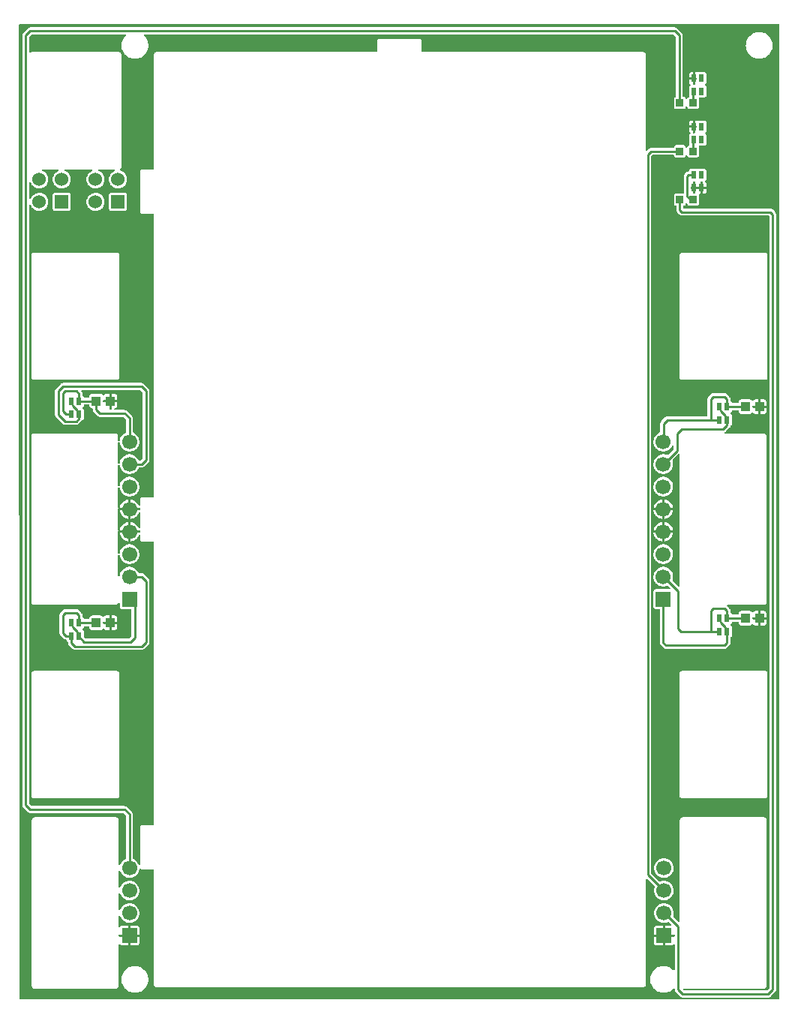
<source format=gtl>
G04 Layer: TopLayer*
G04 EasyEDA v6.5.34, 2023-09-22 05:33:05*
G04 483193eee7e04f69b81b85979c1b7fa7,5a6b42c53f6a479593ecc07194224c93,10*
G04 Gerber Generator version 0.2*
G04 Scale: 100 percent, Rotated: No, Reflected: No *
G04 Dimensions in millimeters *
G04 leading zeros omitted , absolute positions ,4 integer and 5 decimal *
%FSLAX45Y45*%
%MOMM*%

%AMMACRO1*21,1,$1,$2,0,0,$3*%
%ADD10C,0.2540*%
%ADD11R,0.6000X0.8500*%
%ADD12R,1.0000X1.1000*%
%ADD13MACRO1,0.864X0.8065X-90.0000*%
%ADD14MACRO1,1.524X1.524X0.0000*%
%ADD15C,1.5240*%
%ADD16MACRO1,1.7X1.7X90.0000*%
%ADD17C,1.7000*%
%ADD18R,1.7000X1.7000*%
%ADD19C,0.6096*%
%ADD20C,0.0113*%

%LPD*%
G36*
X299567Y902208D02*
G01*
X295656Y902969D01*
X292404Y905205D01*
X290169Y908456D01*
X289407Y912368D01*
X279958Y11901932D01*
X280720Y11905792D01*
X282905Y11909094D01*
X286207Y11911330D01*
X290118Y11912092D01*
X8853932Y11912092D01*
X8857843Y11911330D01*
X8861094Y11909094D01*
X8863330Y11905843D01*
X8864092Y11901932D01*
X8864092Y912368D01*
X8863330Y908456D01*
X8861094Y905205D01*
X8857843Y902969D01*
X8853932Y902208D01*
G37*

%LPC*%
G36*
X1514805Y6328816D02*
G01*
X1514805Y6426200D01*
X1417015Y6426200D01*
X1417777Y6423812D01*
X1418031Y6421170D01*
X1421180Y6407353D01*
X1426108Y6393992D01*
X1432661Y6381394D01*
X1440789Y6369761D01*
X1450340Y6359245D01*
X1461160Y6350000D01*
X1473098Y6342278D01*
X1485900Y6336080D01*
X1499362Y6331610D01*
X1513332Y6328918D01*
G37*
G36*
X1587500Y979424D02*
G01*
X1604416Y980338D01*
X1621078Y983183D01*
X1637334Y987856D01*
X1652981Y994359D01*
X1667764Y1002537D01*
X1681581Y1012342D01*
X1694180Y1023619D01*
X1705457Y1036218D01*
X1715262Y1050036D01*
X1723440Y1064818D01*
X1729943Y1080465D01*
X1734616Y1096721D01*
X1737461Y1113383D01*
X1738375Y1130300D01*
X1737461Y1147216D01*
X1734616Y1163878D01*
X1729943Y1180134D01*
X1723440Y1195781D01*
X1715262Y1210564D01*
X1705457Y1224381D01*
X1694180Y1236980D01*
X1681581Y1248257D01*
X1667764Y1258062D01*
X1652981Y1266240D01*
X1637334Y1272743D01*
X1621078Y1277416D01*
X1604416Y1280261D01*
X1587500Y1281176D01*
X1570583Y1280261D01*
X1553921Y1277416D01*
X1537665Y1272743D01*
X1522018Y1266240D01*
X1507236Y1258062D01*
X1493418Y1248257D01*
X1480820Y1236980D01*
X1469542Y1224381D01*
X1459738Y1210564D01*
X1451559Y1195781D01*
X1445056Y1180134D01*
X1440383Y1163878D01*
X1437538Y1147216D01*
X1436624Y1130300D01*
X1437538Y1113383D01*
X1440383Y1096721D01*
X1445056Y1080465D01*
X1451559Y1064818D01*
X1459738Y1050036D01*
X1469542Y1036218D01*
X1480820Y1023619D01*
X1493418Y1012342D01*
X1507236Y1002537D01*
X1522018Y994359D01*
X1537665Y987856D01*
X1553921Y983183D01*
X1570583Y980338D01*
G37*
G36*
X8636000Y11520424D02*
G01*
X8652865Y11521338D01*
X8669528Y11524183D01*
X8685834Y11528856D01*
X8701430Y11535359D01*
X8716264Y11543538D01*
X8730030Y11553342D01*
X8742680Y11564620D01*
X8753957Y11577218D01*
X8763762Y11591036D01*
X8771940Y11605818D01*
X8778392Y11621465D01*
X8783066Y11637721D01*
X8785910Y11654383D01*
X8786876Y11671300D01*
X8785910Y11688216D01*
X8783066Y11704878D01*
X8778392Y11721134D01*
X8771940Y11736781D01*
X8763762Y11751564D01*
X8753957Y11765381D01*
X8742680Y11777980D01*
X8730030Y11789257D01*
X8716264Y11799062D01*
X8701430Y11807240D01*
X8685834Y11813743D01*
X8669528Y11818416D01*
X8652865Y11821261D01*
X8636000Y11822176D01*
X8619083Y11821261D01*
X8602421Y11818416D01*
X8586114Y11813743D01*
X8570518Y11807240D01*
X8555685Y11799062D01*
X8541918Y11789257D01*
X8529269Y11777980D01*
X8517991Y11765381D01*
X8508187Y11751564D01*
X8500008Y11736781D01*
X8493556Y11721134D01*
X8488883Y11704878D01*
X8486038Y11688216D01*
X8485073Y11671300D01*
X8486038Y11654383D01*
X8488883Y11637721D01*
X8493556Y11621465D01*
X8500008Y11605818D01*
X8508187Y11591036D01*
X8517991Y11577218D01*
X8529269Y11564620D01*
X8541918Y11553342D01*
X8555685Y11543538D01*
X8570518Y11535359D01*
X8586114Y11528856D01*
X8602421Y11524183D01*
X8619083Y11521338D01*
G37*
G36*
X7843875Y11311991D02*
G01*
X7887106Y11311991D01*
X7887106Y11367719D01*
X7870393Y11367719D01*
X7864043Y11367008D01*
X7858607Y11365077D01*
X7853680Y11361978D01*
X7849616Y11357914D01*
X7846517Y11352987D01*
X7844586Y11347551D01*
X7843875Y11341201D01*
G37*
G36*
X451408Y1028192D02*
G01*
X1377391Y1028192D01*
X1383690Y1028903D01*
X1389176Y1030833D01*
X1394053Y1033881D01*
X1398168Y1037996D01*
X1401216Y1042873D01*
X1403146Y1048359D01*
X1403858Y1054658D01*
X1403858Y1518564D01*
X1404620Y1522476D01*
X1406855Y1525778D01*
X1410208Y1527962D01*
X1414119Y1528724D01*
X1418031Y1527911D01*
X1421282Y1525625D01*
X1426464Y1520342D01*
X1431290Y1517294D01*
X1436725Y1515414D01*
X1443075Y1514703D01*
X1514805Y1514703D01*
X1514805Y1612900D01*
X1414018Y1612900D01*
X1410106Y1613662D01*
X1406855Y1615897D01*
X1404620Y1619148D01*
X1403858Y1623060D01*
X1403858Y1628139D01*
X1404620Y1632051D01*
X1406855Y1635302D01*
X1410106Y1637538D01*
X1414018Y1638300D01*
X1514805Y1638300D01*
X1514805Y1736496D01*
X1443075Y1736496D01*
X1436725Y1735785D01*
X1431290Y1733905D01*
X1426464Y1730857D01*
X1421282Y1725574D01*
X1418031Y1723288D01*
X1414119Y1722475D01*
X1410208Y1723237D01*
X1406855Y1725422D01*
X1404620Y1728724D01*
X1403858Y1732635D01*
X1403858Y1838147D01*
X1404670Y1842058D01*
X1406906Y1845411D01*
X1410309Y1847596D01*
X1414272Y1848307D01*
X1418183Y1847392D01*
X1421434Y1845056D01*
X1423568Y1841652D01*
X1426108Y1834692D01*
X1432661Y1822094D01*
X1440789Y1810461D01*
X1450340Y1799945D01*
X1461160Y1790750D01*
X1473098Y1782978D01*
X1485900Y1776831D01*
X1499362Y1772361D01*
X1513332Y1769618D01*
X1527505Y1768703D01*
X1541678Y1769618D01*
X1555648Y1772361D01*
X1569110Y1776831D01*
X1581912Y1782978D01*
X1593799Y1790750D01*
X1604619Y1799945D01*
X1614170Y1810461D01*
X1622298Y1822094D01*
X1628901Y1834692D01*
X1633778Y1848053D01*
X1636979Y1861921D01*
X1638350Y1876043D01*
X1637893Y1890268D01*
X1635607Y1904288D01*
X1631543Y1917903D01*
X1625803Y1930907D01*
X1618437Y1943049D01*
X1609598Y1954174D01*
X1599387Y1964029D01*
X1588008Y1972513D01*
X1575612Y1979523D01*
X1562455Y1984857D01*
X1548688Y1988464D01*
X1534617Y1990242D01*
X1520393Y1990242D01*
X1506321Y1988464D01*
X1492554Y1984857D01*
X1479397Y1979523D01*
X1467002Y1972513D01*
X1455623Y1964029D01*
X1445412Y1954174D01*
X1436573Y1943049D01*
X1429207Y1930907D01*
X1423314Y1917598D01*
X1421028Y1914398D01*
X1417726Y1912264D01*
X1413865Y1911553D01*
X1410055Y1912366D01*
X1406804Y1914601D01*
X1404620Y1917852D01*
X1403858Y1921713D01*
X1403858Y2092147D01*
X1404670Y2096058D01*
X1406906Y2099411D01*
X1410309Y2101596D01*
X1414272Y2102307D01*
X1418183Y2101392D01*
X1421434Y2099056D01*
X1423568Y2095652D01*
X1426108Y2088692D01*
X1432661Y2076094D01*
X1440789Y2064461D01*
X1450340Y2053945D01*
X1461160Y2044750D01*
X1473098Y2036978D01*
X1485900Y2030831D01*
X1499362Y2026361D01*
X1513332Y2023618D01*
X1527505Y2022703D01*
X1541678Y2023618D01*
X1555648Y2026361D01*
X1569110Y2030831D01*
X1581912Y2036978D01*
X1593799Y2044750D01*
X1604619Y2053945D01*
X1614170Y2064461D01*
X1622298Y2076094D01*
X1628901Y2088692D01*
X1633778Y2102053D01*
X1636979Y2115921D01*
X1638350Y2130044D01*
X1637893Y2144268D01*
X1635607Y2158288D01*
X1631543Y2171903D01*
X1625803Y2184908D01*
X1618437Y2197049D01*
X1609598Y2208174D01*
X1599387Y2218029D01*
X1588008Y2226513D01*
X1575612Y2233523D01*
X1562455Y2238857D01*
X1548688Y2242464D01*
X1534617Y2244242D01*
X1520393Y2244242D01*
X1506321Y2242464D01*
X1492554Y2238857D01*
X1479397Y2233523D01*
X1467002Y2226513D01*
X1455623Y2218029D01*
X1445412Y2208174D01*
X1436573Y2197049D01*
X1429207Y2184908D01*
X1423314Y2171598D01*
X1421028Y2168398D01*
X1417726Y2166264D01*
X1413865Y2165553D01*
X1410055Y2166366D01*
X1406804Y2168601D01*
X1404620Y2171852D01*
X1403858Y2175713D01*
X1403858Y2346147D01*
X1404670Y2350058D01*
X1406906Y2353411D01*
X1410309Y2355596D01*
X1414272Y2356307D01*
X1418183Y2355392D01*
X1421434Y2353056D01*
X1423568Y2349652D01*
X1426108Y2342692D01*
X1432661Y2330094D01*
X1440789Y2318461D01*
X1450340Y2307945D01*
X1461160Y2298750D01*
X1473098Y2290978D01*
X1485900Y2284831D01*
X1499362Y2280361D01*
X1513332Y2277618D01*
X1527505Y2276703D01*
X1541678Y2277618D01*
X1555648Y2280361D01*
X1569110Y2284831D01*
X1581912Y2290978D01*
X1593799Y2298750D01*
X1604619Y2307945D01*
X1614170Y2318461D01*
X1622298Y2330094D01*
X1628901Y2342692D01*
X1633778Y2356053D01*
X1636979Y2369921D01*
X1637436Y2374747D01*
X1638503Y2378405D01*
X1640839Y2381402D01*
X1644091Y2383332D01*
X1647850Y2383942D01*
X1651558Y2383078D01*
X1654708Y2380945D01*
X1658975Y2376678D01*
X1663903Y2373630D01*
X1669338Y2371699D01*
X1675688Y2370988D01*
X1792732Y2370988D01*
X1796643Y2370226D01*
X1799894Y2368042D01*
X1802130Y2364740D01*
X1802892Y2360828D01*
X1802892Y1070305D01*
X1803603Y1063955D01*
X1805533Y1058519D01*
X1808581Y1053592D01*
X1812696Y1049528D01*
X1817573Y1046429D01*
X1823059Y1044549D01*
X1829358Y1043787D01*
X7328204Y1043787D01*
X7334554Y1044549D01*
X7339990Y1046429D01*
X7344918Y1049528D01*
X7348981Y1053592D01*
X7352080Y1058519D01*
X7353960Y1063955D01*
X7354722Y1070305D01*
X7354722Y2256282D01*
X7355484Y2260142D01*
X7357668Y2263444D01*
X7360970Y2265680D01*
X7364882Y2266442D01*
X7368743Y2265680D01*
X7372045Y2263444D01*
X7453426Y2182063D01*
X7455509Y2179066D01*
X7456373Y2175560D01*
X7456017Y2172004D01*
X7451902Y2158288D01*
X7449667Y2144217D01*
X7449210Y2130044D01*
X7450581Y2115921D01*
X7453731Y2102053D01*
X7458659Y2088692D01*
X7465212Y2076094D01*
X7473340Y2064461D01*
X7482890Y2053945D01*
X7493711Y2044750D01*
X7505598Y2036978D01*
X7518400Y2030831D01*
X7531912Y2026310D01*
X7545831Y2023618D01*
X7560056Y2022703D01*
X7574229Y2023618D01*
X7588148Y2026310D01*
X7601661Y2030831D01*
X7614462Y2036978D01*
X7626350Y2044750D01*
X7637170Y2053945D01*
X7646720Y2064461D01*
X7654848Y2076094D01*
X7661452Y2088692D01*
X7666329Y2102053D01*
X7669479Y2115921D01*
X7670850Y2130044D01*
X7670393Y2144217D01*
X7668158Y2158288D01*
X7664094Y2171903D01*
X7658353Y2184908D01*
X7650988Y2197049D01*
X7642098Y2208123D01*
X7631938Y2218029D01*
X7620508Y2226513D01*
X7608163Y2233523D01*
X7594955Y2238857D01*
X7581239Y2242413D01*
X7567117Y2244242D01*
X7552944Y2244242D01*
X7538821Y2242413D01*
X7525105Y2238857D01*
X7517638Y2235809D01*
X7513777Y2235098D01*
X7509916Y2235860D01*
X7506665Y2238044D01*
X7420305Y2324404D01*
X7418070Y2327706D01*
X7417308Y2331618D01*
X7417308Y10419181D01*
X7418070Y10423093D01*
X7420305Y10426395D01*
X7429804Y10435894D01*
X7433106Y10438130D01*
X7437018Y10438892D01*
X7664196Y10438892D01*
X7667853Y10438231D01*
X7671003Y10436301D01*
X7673238Y10433405D01*
X7674457Y10428528D01*
X7676388Y10423093D01*
X7679436Y10418165D01*
X7683550Y10414101D01*
X7688427Y10411002D01*
X7693914Y10409123D01*
X7700213Y10408412D01*
X7779715Y10408412D01*
X7786065Y10409123D01*
X7791500Y10411002D01*
X7796428Y10414101D01*
X7800492Y10418165D01*
X7803591Y10423093D01*
X7805724Y10429138D01*
X7807858Y10432694D01*
X7811262Y10435132D01*
X7815325Y10435945D01*
X7819339Y10435132D01*
X7822742Y10432694D01*
X7824876Y10429138D01*
X7827009Y10423093D01*
X7830108Y10418165D01*
X7834172Y10414101D01*
X7839100Y10411002D01*
X7844536Y10409123D01*
X7850886Y10408412D01*
X7930388Y10408412D01*
X7936687Y10409123D01*
X7942173Y10411002D01*
X7947050Y10414101D01*
X7951165Y10418165D01*
X7954213Y10423093D01*
X7956143Y10428528D01*
X7956854Y10434878D01*
X7956854Y10520121D01*
X7956143Y10526471D01*
X7955076Y10531703D01*
X7955991Y10535462D01*
X7958226Y10538561D01*
X7961426Y10540644D01*
X7965236Y10541406D01*
X8014208Y10541406D01*
X8020558Y10542117D01*
X8025993Y10544048D01*
X8030921Y10547096D01*
X8034985Y10551210D01*
X8038084Y10556087D01*
X8040014Y10561574D01*
X8040725Y10567873D01*
X8040725Y10651744D01*
X8040014Y10658043D01*
X8038084Y10663529D01*
X8034985Y10668406D01*
X8030921Y10672521D01*
X8029041Y10673689D01*
X8026095Y10676534D01*
X8024469Y10680242D01*
X8024469Y10684357D01*
X8026095Y10688066D01*
X8029041Y10690910D01*
X8030921Y10692079D01*
X8034985Y10696194D01*
X8038084Y10701070D01*
X8040014Y10706557D01*
X8040725Y10712856D01*
X8040725Y10796727D01*
X8040014Y10803026D01*
X8038084Y10808512D01*
X8034985Y10813389D01*
X8030921Y10817504D01*
X8025993Y10820552D01*
X8020558Y10822482D01*
X8014208Y10823194D01*
X7955381Y10823194D01*
X7949031Y10822482D01*
X7945678Y10821314D01*
X7942325Y10820755D01*
X7938922Y10821314D01*
X7935569Y10822482D01*
X7929219Y10823194D01*
X7912506Y10823194D01*
X7912506Y10767466D01*
X7918754Y10767466D01*
X7922615Y10766704D01*
X7925917Y10764520D01*
X7928102Y10761218D01*
X7928914Y10757306D01*
X7928914Y10752226D01*
X7928102Y10748365D01*
X7925917Y10745063D01*
X7922615Y10742879D01*
X7918754Y10742066D01*
X7912506Y10742066D01*
X7912506Y10688370D01*
X7911744Y10684510D01*
X7909509Y10681208D01*
X7906207Y10678972D01*
X7902346Y10678210D01*
X7897266Y10678210D01*
X7893354Y10678972D01*
X7890052Y10681208D01*
X7887868Y10684510D01*
X7887106Y10688370D01*
X7887106Y10742066D01*
X7843875Y10742066D01*
X7843875Y10712856D01*
X7844586Y10706557D01*
X7846517Y10701070D01*
X7849616Y10696194D01*
X7853680Y10692079D01*
X7855559Y10690910D01*
X7858506Y10688066D01*
X7860131Y10684357D01*
X7860131Y10680242D01*
X7858506Y10676534D01*
X7855559Y10673689D01*
X7853680Y10672521D01*
X7849616Y10668406D01*
X7846517Y10663529D01*
X7844586Y10658043D01*
X7843875Y10651744D01*
X7843875Y10567873D01*
X7844586Y10561574D01*
X7846110Y10557205D01*
X7846669Y10553293D01*
X7845704Y10549432D01*
X7843316Y10546283D01*
X7839100Y10543997D01*
X7834172Y10540898D01*
X7830108Y10536834D01*
X7827009Y10531906D01*
X7824876Y10525861D01*
X7822742Y10522305D01*
X7819339Y10519867D01*
X7815325Y10519054D01*
X7811262Y10519867D01*
X7807858Y10522305D01*
X7805724Y10525861D01*
X7803591Y10531906D01*
X7800492Y10536834D01*
X7796428Y10540898D01*
X7791500Y10543997D01*
X7786065Y10545876D01*
X7779715Y10546588D01*
X7700213Y10546588D01*
X7693914Y10545876D01*
X7688427Y10543997D01*
X7683550Y10540898D01*
X7679436Y10536834D01*
X7676388Y10531906D01*
X7674457Y10526471D01*
X7673238Y10521594D01*
X7671003Y10518698D01*
X7667853Y10516768D01*
X7664196Y10516108D01*
X7417308Y10516108D01*
X7409281Y10515295D01*
X7402068Y10513110D01*
X7395362Y10509554D01*
X7389164Y10504424D01*
X7372045Y10487355D01*
X7368743Y10485120D01*
X7364882Y10484358D01*
X7360970Y10485120D01*
X7357668Y10487355D01*
X7355484Y10490657D01*
X7354722Y10494518D01*
X7354722Y11569141D01*
X7353960Y11575440D01*
X7352080Y11580926D01*
X7348981Y11585803D01*
X7344918Y11589918D01*
X7339990Y11592966D01*
X7334554Y11594896D01*
X7328204Y11595608D01*
X4833061Y11595608D01*
X4829200Y11596370D01*
X4825898Y11598605D01*
X4823663Y11601856D01*
X4822901Y11605768D01*
X4822901Y11720322D01*
X4822190Y11726672D01*
X4820310Y11732107D01*
X4817211Y11737035D01*
X4813096Y11741099D01*
X4808220Y11744198D01*
X4802733Y11746077D01*
X4796434Y11746788D01*
X4347565Y11746788D01*
X4341266Y11746077D01*
X4335780Y11744198D01*
X4330903Y11741099D01*
X4326788Y11737035D01*
X4323740Y11732107D01*
X4321810Y11726672D01*
X4321098Y11720322D01*
X4321098Y11605768D01*
X4320336Y11601856D01*
X4318101Y11598605D01*
X4314799Y11596370D01*
X4310938Y11595608D01*
X1829358Y11595608D01*
X1823059Y11594896D01*
X1817573Y11592966D01*
X1812696Y11589918D01*
X1808581Y11585803D01*
X1805533Y11580926D01*
X1803603Y11575440D01*
X1802892Y11569141D01*
X1802892Y10282936D01*
X1802130Y10279075D01*
X1799894Y10275773D01*
X1796643Y10273588D01*
X1792732Y10272776D01*
X1675688Y10272776D01*
X1669338Y10272064D01*
X1663903Y10270185D01*
X1658975Y10267086D01*
X1654911Y10263022D01*
X1651812Y10258094D01*
X1649882Y10252659D01*
X1649171Y10246309D01*
X1649171Y9797440D01*
X1649882Y9791141D01*
X1651812Y9785654D01*
X1654911Y9780778D01*
X1658975Y9776663D01*
X1663903Y9773615D01*
X1669338Y9771684D01*
X1675688Y9770973D01*
X1792732Y9770973D01*
X1796643Y9770211D01*
X1799894Y9768027D01*
X1802130Y9764725D01*
X1802892Y9760813D01*
X1802892Y6582968D01*
X1802130Y6579057D01*
X1799894Y6575755D01*
X1796643Y6573570D01*
X1792732Y6572808D01*
X1675688Y6572808D01*
X1669338Y6572097D01*
X1663903Y6570167D01*
X1658975Y6567119D01*
X1654911Y6563004D01*
X1651812Y6558127D01*
X1649882Y6552641D01*
X1649171Y6546342D01*
X1649171Y6485382D01*
X1648409Y6481572D01*
X1646275Y6478270D01*
X1643024Y6476034D01*
X1639163Y6475222D01*
X1635302Y6475933D01*
X1632000Y6478066D01*
X1629765Y6481267D01*
X1625803Y6490157D01*
X1618437Y6502349D01*
X1609598Y6513423D01*
X1599387Y6523329D01*
X1588008Y6531813D01*
X1575612Y6538772D01*
X1562455Y6544106D01*
X1548688Y6547713D01*
X1540205Y6548831D01*
X1540205Y6451600D01*
X1639011Y6451600D01*
X1642922Y6450838D01*
X1646224Y6448602D01*
X1648409Y6445300D01*
X1649171Y6441440D01*
X1649171Y6436360D01*
X1648409Y6432448D01*
X1646224Y6429146D01*
X1642922Y6426962D01*
X1639011Y6426200D01*
X1540205Y6426200D01*
X1540205Y6328816D01*
X1541678Y6328918D01*
X1555648Y6331610D01*
X1569110Y6336080D01*
X1581912Y6342278D01*
X1593799Y6350000D01*
X1604619Y6359245D01*
X1614170Y6369761D01*
X1622298Y6381394D01*
X1628901Y6393992D01*
X1629511Y6395669D01*
X1631594Y6399072D01*
X1634896Y6401409D01*
X1638807Y6402273D01*
X1642770Y6401612D01*
X1646123Y6399428D01*
X1648409Y6396075D01*
X1649171Y6392113D01*
X1649171Y6231382D01*
X1648409Y6227572D01*
X1646275Y6224270D01*
X1643024Y6222034D01*
X1639163Y6221222D01*
X1635302Y6221933D01*
X1632000Y6224066D01*
X1629765Y6227267D01*
X1625803Y6236157D01*
X1618437Y6248349D01*
X1609598Y6259423D01*
X1599387Y6269329D01*
X1588008Y6277813D01*
X1575612Y6284772D01*
X1562455Y6290106D01*
X1548688Y6293713D01*
X1540205Y6294831D01*
X1540205Y6197600D01*
X1639011Y6197600D01*
X1642922Y6196838D01*
X1646224Y6194602D01*
X1648409Y6191300D01*
X1649171Y6187440D01*
X1649171Y6182360D01*
X1648409Y6178448D01*
X1646224Y6175146D01*
X1642922Y6172962D01*
X1639011Y6172200D01*
X1540205Y6172200D01*
X1540205Y6074816D01*
X1541678Y6074918D01*
X1555648Y6077610D01*
X1569110Y6082080D01*
X1581912Y6088278D01*
X1593799Y6096000D01*
X1604619Y6105245D01*
X1614170Y6115761D01*
X1622298Y6127394D01*
X1628901Y6139992D01*
X1629511Y6141669D01*
X1631594Y6145072D01*
X1634896Y6147409D01*
X1638807Y6148273D01*
X1642770Y6147612D01*
X1646123Y6145428D01*
X1648409Y6142075D01*
X1649171Y6138113D01*
X1649171Y6097473D01*
X1649882Y6091123D01*
X1651812Y6085687D01*
X1654911Y6080760D01*
X1658975Y6076696D01*
X1663903Y6073597D01*
X1669338Y6071717D01*
X1675688Y6071006D01*
X1792732Y6071006D01*
X1796643Y6070193D01*
X1799894Y6068009D01*
X1802130Y6064707D01*
X1802892Y6060846D01*
X1802892Y2882950D01*
X1802130Y2879090D01*
X1799894Y2875788D01*
X1796643Y2873603D01*
X1792732Y2872790D01*
X1675688Y2872790D01*
X1669338Y2872079D01*
X1663903Y2870200D01*
X1658975Y2867101D01*
X1654911Y2863037D01*
X1651812Y2858109D01*
X1649882Y2852674D01*
X1649171Y2846324D01*
X1649171Y2434132D01*
X1648409Y2430272D01*
X1646275Y2426970D01*
X1643024Y2424785D01*
X1639163Y2423972D01*
X1635302Y2424684D01*
X1632000Y2426766D01*
X1629765Y2430018D01*
X1625803Y2438908D01*
X1618437Y2451049D01*
X1609598Y2462174D01*
X1599387Y2472029D01*
X1588008Y2480513D01*
X1575612Y2487523D01*
X1572514Y2488742D01*
X1569161Y2490978D01*
X1566926Y2494280D01*
X1566164Y2498191D01*
X1566164Y2993136D01*
X1565351Y3001162D01*
X1563166Y3008376D01*
X1559610Y3015081D01*
X1554480Y3021279D01*
X1500835Y3074924D01*
X1494637Y3080054D01*
X1487932Y3083610D01*
X1480718Y3085795D01*
X1472692Y3086608D01*
X426618Y3086608D01*
X422706Y3087370D01*
X419404Y3089605D01*
X397205Y3111804D01*
X394970Y3115106D01*
X394208Y3119018D01*
X394208Y9863480D01*
X394970Y9867341D01*
X397154Y9870643D01*
X400456Y9872827D01*
X404317Y9873640D01*
X408178Y9872878D01*
X411480Y9870694D01*
X413715Y9867442D01*
X416864Y9859975D01*
X423824Y9848240D01*
X432308Y9837521D01*
X442112Y9828022D01*
X453085Y9819944D01*
X465023Y9813391D01*
X477774Y9808514D01*
X491032Y9805314D01*
X504596Y9803993D01*
X518210Y9804450D01*
X531672Y9806686D01*
X544677Y9810750D01*
X557072Y9816490D01*
X568553Y9823805D01*
X578967Y9832594D01*
X588111Y9842754D01*
X595833Y9853980D01*
X601980Y9866122D01*
X606450Y9879025D01*
X609193Y9892385D01*
X610108Y9906000D01*
X609193Y9919614D01*
X606450Y9932974D01*
X601980Y9945878D01*
X595833Y9958019D01*
X588111Y9969246D01*
X578967Y9979406D01*
X568553Y9988194D01*
X557072Y9995509D01*
X544677Y10001250D01*
X531672Y10005314D01*
X518210Y10007549D01*
X504596Y10008006D01*
X491032Y10006685D01*
X477774Y10003485D01*
X465023Y9998608D01*
X453085Y9992055D01*
X442112Y9983978D01*
X432308Y9974478D01*
X423824Y9963759D01*
X416864Y9952024D01*
X413715Y9944557D01*
X411480Y9941306D01*
X408178Y9939121D01*
X404317Y9938359D01*
X400456Y9939172D01*
X397154Y9941356D01*
X394970Y9944658D01*
X394208Y9948519D01*
X394208Y10117480D01*
X394970Y10121341D01*
X397154Y10124643D01*
X400456Y10126827D01*
X404317Y10127640D01*
X408178Y10126878D01*
X411480Y10124694D01*
X413715Y10121442D01*
X416864Y10113975D01*
X423824Y10102240D01*
X432308Y10091521D01*
X442112Y10082022D01*
X453085Y10073944D01*
X465023Y10067391D01*
X477774Y10062514D01*
X491032Y10059314D01*
X504596Y10057993D01*
X518210Y10058450D01*
X531672Y10060686D01*
X544677Y10064750D01*
X557072Y10070490D01*
X568553Y10077805D01*
X578967Y10086594D01*
X588111Y10096754D01*
X595833Y10107980D01*
X601980Y10120122D01*
X606450Y10133025D01*
X609193Y10146385D01*
X610108Y10160000D01*
X609193Y10173614D01*
X606450Y10186974D01*
X601980Y10199878D01*
X595833Y10212019D01*
X588111Y10223246D01*
X578967Y10233406D01*
X568553Y10242194D01*
X557072Y10249509D01*
X546506Y10254437D01*
X543356Y10256723D01*
X541274Y10260025D01*
X540613Y10263886D01*
X541477Y10267696D01*
X543712Y10270896D01*
X546963Y10273030D01*
X550773Y10273792D01*
X719378Y10273792D01*
X723341Y10272979D01*
X726643Y10270744D01*
X728827Y10267442D01*
X729538Y10263479D01*
X728726Y10259568D01*
X726440Y10256316D01*
X723036Y10254132D01*
X719023Y10252608D01*
X707085Y10246055D01*
X696112Y10237978D01*
X686308Y10228478D01*
X677824Y10217759D01*
X670864Y10206024D01*
X665581Y10193477D01*
X661974Y10180320D01*
X660146Y10166807D01*
X660146Y10153192D01*
X661974Y10139680D01*
X665581Y10126522D01*
X670864Y10113975D01*
X677824Y10102240D01*
X686308Y10091521D01*
X696112Y10082022D01*
X707085Y10073944D01*
X719023Y10067391D01*
X731774Y10062514D01*
X745032Y10059314D01*
X758596Y10057993D01*
X772210Y10058450D01*
X785672Y10060686D01*
X798677Y10064750D01*
X811072Y10070490D01*
X822553Y10077805D01*
X832967Y10086594D01*
X842111Y10096754D01*
X849833Y10107980D01*
X855980Y10120122D01*
X860450Y10133025D01*
X863193Y10146385D01*
X864108Y10160000D01*
X863193Y10173614D01*
X860450Y10186974D01*
X855980Y10199878D01*
X849833Y10212019D01*
X842111Y10223246D01*
X832967Y10233406D01*
X822553Y10242194D01*
X811072Y10249509D01*
X800506Y10254437D01*
X797356Y10256723D01*
X795274Y10260025D01*
X794613Y10263886D01*
X795477Y10267696D01*
X797712Y10270896D01*
X800963Y10273030D01*
X804773Y10273792D01*
X1100378Y10273792D01*
X1104341Y10272979D01*
X1107643Y10270744D01*
X1109827Y10267442D01*
X1110538Y10263479D01*
X1109726Y10259568D01*
X1107440Y10256316D01*
X1104036Y10254132D01*
X1100023Y10252608D01*
X1088085Y10246055D01*
X1077112Y10237978D01*
X1067308Y10228478D01*
X1058824Y10217759D01*
X1051864Y10206024D01*
X1046581Y10193477D01*
X1042974Y10180320D01*
X1041146Y10166807D01*
X1041146Y10153192D01*
X1042974Y10139680D01*
X1046581Y10126522D01*
X1051864Y10113975D01*
X1058824Y10102240D01*
X1067308Y10091521D01*
X1077112Y10082022D01*
X1088085Y10073944D01*
X1100023Y10067391D01*
X1112774Y10062514D01*
X1126032Y10059314D01*
X1139596Y10057993D01*
X1153210Y10058450D01*
X1166672Y10060686D01*
X1179677Y10064750D01*
X1192072Y10070490D01*
X1203553Y10077805D01*
X1213967Y10086594D01*
X1223111Y10096754D01*
X1230833Y10107980D01*
X1236980Y10120122D01*
X1241450Y10133025D01*
X1244193Y10146385D01*
X1245108Y10160000D01*
X1244193Y10173614D01*
X1241450Y10186974D01*
X1236980Y10199878D01*
X1230833Y10212019D01*
X1223111Y10223246D01*
X1213967Y10233406D01*
X1203553Y10242194D01*
X1192072Y10249509D01*
X1181506Y10254437D01*
X1178356Y10256723D01*
X1176274Y10260025D01*
X1175613Y10263886D01*
X1176477Y10267696D01*
X1178712Y10270896D01*
X1181963Y10273030D01*
X1185773Y10273792D01*
X1354378Y10273792D01*
X1358341Y10272979D01*
X1361643Y10270744D01*
X1363827Y10267442D01*
X1364538Y10263479D01*
X1363726Y10259568D01*
X1361440Y10256316D01*
X1358036Y10254132D01*
X1354023Y10252608D01*
X1342085Y10246055D01*
X1331112Y10237978D01*
X1321308Y10228478D01*
X1312824Y10217759D01*
X1305864Y10206024D01*
X1300581Y10193477D01*
X1296974Y10180320D01*
X1295146Y10166807D01*
X1295146Y10153192D01*
X1296974Y10139680D01*
X1300581Y10126522D01*
X1305864Y10113975D01*
X1312824Y10102240D01*
X1321308Y10091521D01*
X1331112Y10082022D01*
X1342085Y10073944D01*
X1354023Y10067391D01*
X1366774Y10062514D01*
X1380032Y10059314D01*
X1393596Y10057993D01*
X1407210Y10058450D01*
X1420672Y10060686D01*
X1433677Y10064750D01*
X1446072Y10070490D01*
X1457553Y10077805D01*
X1467967Y10086594D01*
X1477111Y10096754D01*
X1484833Y10107980D01*
X1490980Y10120122D01*
X1495450Y10133025D01*
X1498193Y10146385D01*
X1499108Y10160000D01*
X1498193Y10173614D01*
X1495450Y10186974D01*
X1490980Y10199878D01*
X1484833Y10212019D01*
X1477111Y10223246D01*
X1467967Y10233406D01*
X1457553Y10242194D01*
X1446072Y10249509D01*
X1433677Y10255250D01*
X1423720Y10258348D01*
X1420317Y10260177D01*
X1417828Y10263124D01*
X1416659Y10266730D01*
X1416862Y10270591D01*
X1418488Y10274046D01*
X1421333Y10276687D01*
X1425803Y10279481D01*
X1429918Y10283596D01*
X1432966Y10288473D01*
X1434896Y10293959D01*
X1435608Y10300258D01*
X1434998Y11569141D01*
X1434287Y11575440D01*
X1432407Y11580926D01*
X1429308Y11585803D01*
X1425194Y11589918D01*
X1420317Y11592966D01*
X1414830Y11594896D01*
X1408531Y11595608D01*
X419658Y11595608D01*
X413359Y11594896D01*
X407720Y11592915D01*
X403910Y11592356D01*
X400151Y11593271D01*
X397002Y11595506D01*
X394919Y11598757D01*
X394208Y11602516D01*
X394208Y11765381D01*
X394970Y11769293D01*
X397205Y11772595D01*
X419404Y11794794D01*
X422706Y11797030D01*
X426618Y11797792D01*
X1476349Y11797792D01*
X1480312Y11796979D01*
X1483664Y11794693D01*
X1485849Y11791238D01*
X1486509Y11787276D01*
X1485544Y11783314D01*
X1483106Y11780062D01*
X1480820Y11777980D01*
X1469542Y11765381D01*
X1459738Y11751564D01*
X1451559Y11736781D01*
X1445056Y11721134D01*
X1440383Y11704878D01*
X1437538Y11688216D01*
X1436624Y11671300D01*
X1437538Y11654383D01*
X1440383Y11637721D01*
X1445056Y11621465D01*
X1451559Y11605818D01*
X1459738Y11591036D01*
X1469542Y11577218D01*
X1480820Y11564620D01*
X1493418Y11553342D01*
X1507236Y11543538D01*
X1522018Y11535359D01*
X1537665Y11528856D01*
X1553921Y11524183D01*
X1570583Y11521338D01*
X1587500Y11520424D01*
X1604416Y11521338D01*
X1621078Y11524183D01*
X1637334Y11528856D01*
X1652981Y11535359D01*
X1667764Y11543538D01*
X1681581Y11553342D01*
X1694180Y11564620D01*
X1705457Y11577218D01*
X1715262Y11591036D01*
X1723440Y11605818D01*
X1729943Y11621465D01*
X1734616Y11637721D01*
X1737461Y11654383D01*
X1738375Y11671300D01*
X1737461Y11688216D01*
X1734616Y11704878D01*
X1729943Y11721134D01*
X1723440Y11736781D01*
X1715262Y11751564D01*
X1705457Y11765381D01*
X1694180Y11777980D01*
X1691893Y11780062D01*
X1689455Y11783314D01*
X1688490Y11787276D01*
X1689150Y11791238D01*
X1691335Y11794693D01*
X1694688Y11796979D01*
X1698650Y11797792D01*
X7663281Y11797792D01*
X7667193Y11797030D01*
X7670495Y11794794D01*
X7692694Y11772595D01*
X7694930Y11769293D01*
X7695692Y11765381D01*
X7695692Y11099850D01*
X7694828Y11095786D01*
X7692440Y11092383D01*
X7683550Y11086998D01*
X7679436Y11082934D01*
X7676388Y11078006D01*
X7674457Y11072571D01*
X7673746Y11066221D01*
X7673746Y10980978D01*
X7674457Y10974628D01*
X7676388Y10969193D01*
X7679436Y10964265D01*
X7683550Y10960201D01*
X7688427Y10957102D01*
X7693914Y10955223D01*
X7700213Y10954512D01*
X7779715Y10954512D01*
X7786065Y10955223D01*
X7791500Y10957102D01*
X7796428Y10960201D01*
X7800492Y10964265D01*
X7803591Y10969193D01*
X7805724Y10975238D01*
X7807858Y10978794D01*
X7811262Y10981232D01*
X7815325Y10982045D01*
X7819339Y10981232D01*
X7822742Y10978794D01*
X7824876Y10975238D01*
X7827009Y10969193D01*
X7830108Y10964265D01*
X7834172Y10960201D01*
X7839100Y10957102D01*
X7844536Y10955223D01*
X7850886Y10954512D01*
X7930388Y10954512D01*
X7936687Y10955223D01*
X7942173Y10957102D01*
X7947050Y10960201D01*
X7951165Y10964265D01*
X7954213Y10969193D01*
X7956143Y10974628D01*
X7956854Y10980978D01*
X7956854Y11066221D01*
X7955635Y11076330D01*
X7956600Y11080038D01*
X7958836Y11083137D01*
X7962036Y11085169D01*
X7965795Y11085880D01*
X8014208Y11085880D01*
X8020558Y11086592D01*
X8025993Y11088522D01*
X8030921Y11091621D01*
X8034985Y11095685D01*
X8038084Y11100612D01*
X8040014Y11106048D01*
X8040725Y11112398D01*
X8040725Y11196218D01*
X8040014Y11202568D01*
X8038084Y11208004D01*
X8034985Y11212931D01*
X8030921Y11216995D01*
X8029041Y11218214D01*
X8026095Y11221008D01*
X8024469Y11224768D01*
X8024469Y11228832D01*
X8026095Y11232591D01*
X8029041Y11235385D01*
X8030921Y11236604D01*
X8034985Y11240668D01*
X8038084Y11245596D01*
X8040014Y11251031D01*
X8040725Y11257381D01*
X8040725Y11341201D01*
X8040014Y11347551D01*
X8038084Y11352987D01*
X8034985Y11357914D01*
X8030921Y11361978D01*
X8025993Y11365077D01*
X8020558Y11367008D01*
X8014208Y11367719D01*
X7955381Y11367719D01*
X7949031Y11367008D01*
X7945678Y11365788D01*
X7942325Y11365230D01*
X7938922Y11365788D01*
X7935569Y11367008D01*
X7929219Y11367719D01*
X7912506Y11367719D01*
X7912506Y11311991D01*
X7918754Y11311991D01*
X7922615Y11311229D01*
X7925917Y11308994D01*
X7928102Y11305743D01*
X7928914Y11301831D01*
X7928914Y11296751D01*
X7928102Y11292840D01*
X7925917Y11289588D01*
X7922615Y11287353D01*
X7918754Y11286591D01*
X7912506Y11286591D01*
X7912506Y11232896D01*
X7911744Y11228984D01*
X7909509Y11225682D01*
X7906207Y11223498D01*
X7902346Y11222736D01*
X7897266Y11222736D01*
X7893354Y11223498D01*
X7890052Y11225682D01*
X7887868Y11228984D01*
X7887106Y11232896D01*
X7887106Y11286591D01*
X7843875Y11286591D01*
X7843875Y11257381D01*
X7844586Y11251031D01*
X7846517Y11245596D01*
X7849616Y11240668D01*
X7853680Y11236604D01*
X7855559Y11235385D01*
X7858506Y11232591D01*
X7860131Y11228832D01*
X7860131Y11224768D01*
X7858506Y11221008D01*
X7855559Y11218214D01*
X7853680Y11216995D01*
X7849616Y11212931D01*
X7846517Y11208004D01*
X7844586Y11202568D01*
X7843875Y11196218D01*
X7843875Y11112398D01*
X7844586Y11106048D01*
X7845602Y11103152D01*
X7846161Y11099190D01*
X7845196Y11095380D01*
X7842808Y11092230D01*
X7834172Y11086998D01*
X7830108Y11082934D01*
X7827009Y11078006D01*
X7824876Y11071961D01*
X7822742Y11068405D01*
X7819339Y11065967D01*
X7815325Y11065154D01*
X7811262Y11065967D01*
X7807858Y11068405D01*
X7805724Y11071961D01*
X7803591Y11078006D01*
X7800492Y11082934D01*
X7796428Y11086998D01*
X7791500Y11090097D01*
X7786065Y11091976D01*
X7781950Y11092484D01*
X7778394Y11093551D01*
X7775498Y11095786D01*
X7773568Y11098936D01*
X7772908Y11102543D01*
X7772908Y11785092D01*
X7772095Y11793118D01*
X7769910Y11800332D01*
X7766354Y11807037D01*
X7761224Y11813235D01*
X7711135Y11863324D01*
X7704937Y11868454D01*
X7698231Y11872010D01*
X7691018Y11874195D01*
X7682992Y11875008D01*
X406908Y11875008D01*
X398881Y11874195D01*
X391668Y11872010D01*
X384962Y11868454D01*
X378764Y11863324D01*
X328676Y11813235D01*
X323545Y11807037D01*
X319989Y11800332D01*
X317804Y11793118D01*
X316992Y11785092D01*
X316992Y3099308D01*
X317804Y3091281D01*
X319989Y3084068D01*
X323545Y3077362D01*
X328676Y3071164D01*
X378764Y3021076D01*
X384962Y3015945D01*
X391668Y3012389D01*
X398881Y3010204D01*
X406908Y3009392D01*
X1452981Y3009392D01*
X1456893Y3008630D01*
X1460195Y3006394D01*
X1485950Y2980639D01*
X1488186Y2977337D01*
X1488948Y2973425D01*
X1488948Y2498242D01*
X1488186Y2494330D01*
X1485950Y2490978D01*
X1482598Y2488793D01*
X1479397Y2487523D01*
X1467002Y2480513D01*
X1455623Y2472029D01*
X1445412Y2462174D01*
X1436573Y2451049D01*
X1429207Y2438908D01*
X1423314Y2425598D01*
X1421028Y2422398D01*
X1417726Y2420264D01*
X1413865Y2419553D01*
X1410055Y2420366D01*
X1406804Y2422601D01*
X1404620Y2425852D01*
X1403858Y2429713D01*
X1403858Y2933141D01*
X1403146Y2939440D01*
X1401216Y2944926D01*
X1398168Y2949803D01*
X1394053Y2953918D01*
X1389176Y2956966D01*
X1383690Y2958896D01*
X1377391Y2959608D01*
X451408Y2959608D01*
X445109Y2958896D01*
X439623Y2956966D01*
X434746Y2953918D01*
X430631Y2949803D01*
X427583Y2944926D01*
X425653Y2939440D01*
X424942Y2933141D01*
X424942Y1054658D01*
X425653Y1048359D01*
X427583Y1042873D01*
X430631Y1037996D01*
X434746Y1033881D01*
X439623Y1030833D01*
X445109Y1028903D01*
G37*
G36*
X7843875Y10767466D02*
G01*
X7887106Y10767466D01*
X7887106Y10823194D01*
X7870393Y10823194D01*
X7864043Y10822482D01*
X7858607Y10820552D01*
X7853680Y10817504D01*
X7849616Y10813389D01*
X7846517Y10808512D01*
X7844586Y10803026D01*
X7843875Y10796727D01*
G37*
G36*
X7997494Y9996881D02*
G01*
X8014208Y9996881D01*
X8020558Y9997592D01*
X8025993Y9999522D01*
X8030921Y10002621D01*
X8034985Y10006685D01*
X8038084Y10011613D01*
X8040014Y10017048D01*
X8040725Y10023398D01*
X8040725Y10052608D01*
X7997494Y10052608D01*
G37*
G36*
X1540205Y1514703D02*
G01*
X1611934Y1514703D01*
X1618234Y1515414D01*
X1623720Y1517294D01*
X1628597Y1520393D01*
X1632712Y1524508D01*
X1635760Y1529384D01*
X1637690Y1534871D01*
X1638401Y1541170D01*
X1638401Y1612900D01*
X1540205Y1612900D01*
G37*
G36*
X7475626Y1514703D02*
G01*
X7547356Y1514703D01*
X7547356Y1612900D01*
X7449108Y1612900D01*
X7449108Y1541170D01*
X7449820Y1534820D01*
X7451750Y1529384D01*
X7454849Y1524457D01*
X7458913Y1520393D01*
X7463840Y1517294D01*
X7469276Y1515414D01*
G37*
G36*
X1139596Y9803993D02*
G01*
X1153210Y9804450D01*
X1166672Y9806686D01*
X1179677Y9810750D01*
X1192072Y9816490D01*
X1203553Y9823805D01*
X1213967Y9832594D01*
X1223111Y9842754D01*
X1230833Y9853980D01*
X1236980Y9866122D01*
X1241450Y9879025D01*
X1244193Y9892385D01*
X1245108Y9906000D01*
X1244193Y9919614D01*
X1241450Y9932974D01*
X1236980Y9945878D01*
X1230833Y9958019D01*
X1223111Y9969246D01*
X1213967Y9979406D01*
X1203553Y9988194D01*
X1192072Y9995509D01*
X1179677Y10001250D01*
X1166672Y10005314D01*
X1153210Y10007549D01*
X1139596Y10008006D01*
X1126032Y10006685D01*
X1112774Y10003485D01*
X1100023Y9998608D01*
X1088085Y9992055D01*
X1077112Y9983978D01*
X1067308Y9974478D01*
X1058824Y9963759D01*
X1051864Y9952024D01*
X1046581Y9939477D01*
X1042974Y9926320D01*
X1041146Y9912807D01*
X1041146Y9899192D01*
X1042974Y9885680D01*
X1046581Y9872522D01*
X1051864Y9859975D01*
X1058824Y9848240D01*
X1067308Y9837521D01*
X1077112Y9828022D01*
X1088085Y9819944D01*
X1100023Y9813391D01*
X1112774Y9808514D01*
X1126032Y9805314D01*
G37*
G36*
X1321358Y9803892D02*
G01*
X1472641Y9803892D01*
X1478940Y9804603D01*
X1484426Y9806533D01*
X1489303Y9809581D01*
X1493418Y9813696D01*
X1496466Y9818573D01*
X1498396Y9824059D01*
X1499108Y9830358D01*
X1499108Y9981641D01*
X1498396Y9987940D01*
X1496466Y9993426D01*
X1493418Y9998303D01*
X1489303Y10002418D01*
X1484426Y10005466D01*
X1478940Y10007396D01*
X1472641Y10008108D01*
X1321358Y10008108D01*
X1315059Y10007396D01*
X1309573Y10005466D01*
X1304696Y10002418D01*
X1300581Y9998303D01*
X1297533Y9993426D01*
X1295603Y9987940D01*
X1294892Y9981641D01*
X1294892Y9830358D01*
X1295603Y9824059D01*
X1297533Y9818573D01*
X1300581Y9813696D01*
X1304696Y9809581D01*
X1309573Y9806533D01*
X1315059Y9804603D01*
G37*
G36*
X1540205Y1638300D02*
G01*
X1638401Y1638300D01*
X1638401Y1710029D01*
X1637690Y1716328D01*
X1635760Y1721815D01*
X1632712Y1726692D01*
X1628597Y1730806D01*
X1623720Y1733905D01*
X1618234Y1735785D01*
X1611934Y1736496D01*
X1540205Y1736496D01*
G37*
G36*
X7449108Y1638300D02*
G01*
X7547356Y1638300D01*
X7547356Y1736496D01*
X7475626Y1736496D01*
X7469276Y1735785D01*
X7463840Y1733854D01*
X7458913Y1730806D01*
X7454849Y1726692D01*
X7451750Y1721815D01*
X7449820Y1716328D01*
X7449108Y1710029D01*
G37*
G36*
X686358Y9803892D02*
G01*
X837641Y9803892D01*
X843940Y9804603D01*
X849426Y9806533D01*
X854303Y9809581D01*
X858418Y9813696D01*
X861466Y9818573D01*
X863396Y9824059D01*
X864108Y9830358D01*
X864108Y9981641D01*
X863396Y9987940D01*
X861466Y9993426D01*
X858418Y9998303D01*
X854303Y10002418D01*
X849426Y10005466D01*
X843940Y10007396D01*
X837641Y10008108D01*
X686358Y10008108D01*
X680059Y10007396D01*
X674573Y10005466D01*
X669696Y10002418D01*
X665581Y9998303D01*
X662533Y9993426D01*
X660603Y9987940D01*
X659892Y9981641D01*
X659892Y9830358D01*
X660603Y9824059D01*
X662533Y9818573D01*
X665581Y9813696D01*
X669696Y9809581D01*
X674573Y9806533D01*
X680059Y9804603D01*
G37*
G36*
X445058Y7898892D02*
G01*
X1383741Y7898892D01*
X1390040Y7899603D01*
X1395526Y7901533D01*
X1400403Y7904581D01*
X1404518Y7908696D01*
X1407566Y7913573D01*
X1409496Y7919059D01*
X1410208Y7925358D01*
X1410208Y9306712D01*
X1409496Y9313062D01*
X1407566Y9318498D01*
X1404518Y9323425D01*
X1400403Y9327489D01*
X1395526Y9330588D01*
X1390040Y9332468D01*
X1383741Y9333179D01*
X445058Y9333179D01*
X438759Y9332468D01*
X433273Y9330588D01*
X428396Y9327489D01*
X424281Y9323425D01*
X421233Y9318498D01*
X419303Y9313062D01*
X418592Y9306712D01*
X418592Y7925358D01*
X419303Y7919059D01*
X421233Y7913573D01*
X424281Y7908696D01*
X428396Y7904581D01*
X433273Y7901533D01*
X438759Y7899603D01*
G37*
G36*
X7763814Y7896606D02*
G01*
X8702497Y7896606D01*
X8708796Y7897368D01*
X8714282Y7899247D01*
X8719159Y7902346D01*
X8723274Y7906410D01*
X8726322Y7911338D01*
X8728252Y7916773D01*
X8728964Y7923123D01*
X8728964Y9304477D01*
X8728252Y9310776D01*
X8726322Y9316262D01*
X8723274Y9321139D01*
X8719159Y9325254D01*
X8714282Y9328302D01*
X8708796Y9330232D01*
X8702497Y9330944D01*
X7763814Y9330944D01*
X7757515Y9330232D01*
X7752029Y9328302D01*
X7747152Y9325254D01*
X7743037Y9321139D01*
X7739989Y9316262D01*
X7738059Y9310776D01*
X7737348Y9304477D01*
X7737348Y7923123D01*
X7738059Y7916773D01*
X7739989Y7911338D01*
X7743037Y7906410D01*
X7747152Y7902346D01*
X7752029Y7899247D01*
X7757515Y7897368D01*
G37*
G36*
X8652510Y7607300D02*
G01*
X8715705Y7607300D01*
X8715705Y7649006D01*
X8714994Y7655356D01*
X8713063Y7660792D01*
X8710015Y7665720D01*
X8705900Y7669784D01*
X8701024Y7672882D01*
X8695537Y7674813D01*
X8689238Y7675524D01*
X8652510Y7675524D01*
G37*
G36*
X8652510Y7513675D02*
G01*
X8689238Y7513675D01*
X8695537Y7514386D01*
X8701024Y7516317D01*
X8705900Y7519416D01*
X8710015Y7523480D01*
X8713063Y7528407D01*
X8714994Y7533843D01*
X8715705Y7540193D01*
X8715705Y7581900D01*
X8652510Y7581900D01*
G37*
G36*
X7552893Y6582003D02*
G01*
X7567066Y6582918D01*
X7581036Y6585610D01*
X7594498Y6590080D01*
X7607300Y6596278D01*
X7619238Y6604000D01*
X7630058Y6613245D01*
X7639608Y6623761D01*
X7647736Y6635394D01*
X7654290Y6647992D01*
X7659217Y6661353D01*
X7662367Y6675170D01*
X7663738Y6689344D01*
X7663281Y6703517D01*
X7660995Y6717538D01*
X7656982Y6731203D01*
X7651191Y6744157D01*
X7643825Y6756349D01*
X7634986Y6767423D01*
X7624775Y6777329D01*
X7613396Y6785813D01*
X7601000Y6792772D01*
X7587843Y6798106D01*
X7574076Y6801713D01*
X7560005Y6803542D01*
X7545781Y6803542D01*
X7531709Y6801713D01*
X7517942Y6798106D01*
X7504785Y6792772D01*
X7492390Y6785813D01*
X7481011Y6777329D01*
X7470800Y6767423D01*
X7461961Y6756349D01*
X7454595Y6744157D01*
X7448854Y6731203D01*
X7444790Y6717538D01*
X7442504Y6703517D01*
X7442047Y6689344D01*
X7443419Y6675170D01*
X7446568Y6661353D01*
X7451496Y6647992D01*
X7458049Y6635394D01*
X7466177Y6623761D01*
X7475778Y6613245D01*
X7486548Y6604000D01*
X7498486Y6596278D01*
X7511288Y6590080D01*
X7524750Y6585610D01*
X7538720Y6582918D01*
G37*
G36*
X1417116Y6451600D02*
G01*
X1514805Y6451600D01*
X1514805Y6548831D01*
X1506321Y6547713D01*
X1492554Y6544106D01*
X1479397Y6538772D01*
X1467002Y6531813D01*
X1455623Y6523329D01*
X1445412Y6513423D01*
X1436573Y6502349D01*
X1429207Y6490157D01*
X1423416Y6477203D01*
X1419402Y6463538D01*
X1417675Y6453073D01*
G37*
G36*
X7442860Y6451600D02*
G01*
X7540193Y6451600D01*
X7540193Y6548831D01*
X7531709Y6547713D01*
X7517942Y6544106D01*
X7504785Y6538772D01*
X7492390Y6531813D01*
X7481011Y6523329D01*
X7470800Y6513423D01*
X7461961Y6502349D01*
X7454595Y6490157D01*
X7448854Y6477203D01*
X7444790Y6463538D01*
G37*
G36*
X7565593Y6451600D02*
G01*
X7662925Y6451600D01*
X7660995Y6463538D01*
X7656982Y6477203D01*
X7651191Y6490157D01*
X7643825Y6502349D01*
X7634986Y6513423D01*
X7624775Y6523329D01*
X7613396Y6531813D01*
X7601000Y6538772D01*
X7587843Y6544106D01*
X7574076Y6547713D01*
X7565593Y6548831D01*
G37*
G36*
X7560056Y2276703D02*
G01*
X7574229Y2277618D01*
X7588148Y2280310D01*
X7601661Y2284831D01*
X7614462Y2290978D01*
X7626350Y2298750D01*
X7637170Y2307945D01*
X7646720Y2318461D01*
X7654848Y2330094D01*
X7661452Y2342692D01*
X7666329Y2356053D01*
X7669479Y2369921D01*
X7670850Y2384044D01*
X7670393Y2398217D01*
X7668158Y2412288D01*
X7664094Y2425903D01*
X7658353Y2438908D01*
X7650988Y2451049D01*
X7642098Y2462123D01*
X7631938Y2472029D01*
X7620508Y2480513D01*
X7608163Y2487523D01*
X7594955Y2492857D01*
X7581239Y2496413D01*
X7567117Y2498242D01*
X7552944Y2498242D01*
X7538821Y2496413D01*
X7525105Y2492857D01*
X7511897Y2487523D01*
X7499553Y2480513D01*
X7488174Y2472029D01*
X7477963Y2462123D01*
X7469073Y2451049D01*
X7461707Y2438908D01*
X7455966Y2425903D01*
X7451902Y2412288D01*
X7449667Y2398217D01*
X7449210Y2384044D01*
X7450581Y2369921D01*
X7453731Y2356053D01*
X7458659Y2342692D01*
X7465212Y2330094D01*
X7473340Y2318461D01*
X7482890Y2307945D01*
X7493711Y2298750D01*
X7505598Y2290978D01*
X7518400Y2284831D01*
X7531912Y2280310D01*
X7545831Y2277618D01*
G37*
G36*
X7772908Y926592D02*
G01*
X8737092Y926592D01*
X8745118Y927404D01*
X8752332Y929589D01*
X8759037Y933145D01*
X8765235Y938276D01*
X8815324Y988364D01*
X8820454Y994562D01*
X8824010Y1001268D01*
X8826195Y1008481D01*
X8827008Y1016508D01*
X8827008Y9765792D01*
X8826195Y9773818D01*
X8824010Y9781032D01*
X8820454Y9787737D01*
X8815324Y9793935D01*
X8790635Y9818624D01*
X8784437Y9823754D01*
X8777732Y9827310D01*
X8770518Y9829495D01*
X8762492Y9830308D01*
X7788757Y9830308D01*
X7784846Y9831070D01*
X7781544Y9833305D01*
X7779359Y9836556D01*
X7778597Y9840468D01*
X7778597Y9853168D01*
X7779410Y9857232D01*
X7781848Y9860635D01*
X7785404Y9862769D01*
X7791500Y9864902D01*
X7796428Y9868001D01*
X7800492Y9872065D01*
X7803591Y9876993D01*
X7805724Y9883038D01*
X7807858Y9886594D01*
X7811262Y9889032D01*
X7815325Y9889845D01*
X7819339Y9889032D01*
X7822742Y9886594D01*
X7824876Y9883038D01*
X7827009Y9876993D01*
X7830108Y9872065D01*
X7834172Y9868001D01*
X7839100Y9864902D01*
X7844536Y9863023D01*
X7850886Y9862312D01*
X7930388Y9862312D01*
X7936687Y9863023D01*
X7942173Y9864902D01*
X7947050Y9868001D01*
X7951165Y9872065D01*
X7954213Y9876993D01*
X7956143Y9882428D01*
X7956854Y9888778D01*
X7956854Y9974021D01*
X7956143Y9980371D01*
X7955076Y9983368D01*
X7954518Y9987178D01*
X7955432Y9990937D01*
X7957667Y9994087D01*
X7960868Y9996170D01*
X7964678Y9996881D01*
X7972094Y9996881D01*
X7972094Y10052608D01*
X7912506Y10052608D01*
X7912506Y10010648D01*
X7911744Y10006787D01*
X7909509Y10003485D01*
X7906207Y10001300D01*
X7902346Y10000488D01*
X7897266Y10000488D01*
X7893354Y10001300D01*
X7890052Y10003485D01*
X7887868Y10006787D01*
X7887106Y10010648D01*
X7887106Y10052608D01*
X7871968Y10052608D01*
X7868056Y10053370D01*
X7864805Y10055606D01*
X7862570Y10058857D01*
X7861808Y10062768D01*
X7861808Y10067848D01*
X7862570Y10071760D01*
X7864805Y10075011D01*
X7868056Y10077246D01*
X7871968Y10078008D01*
X7887106Y10078008D01*
X7887106Y10131704D01*
X7887868Y10135616D01*
X7890052Y10138918D01*
X7893354Y10141102D01*
X7897266Y10141864D01*
X7902346Y10141864D01*
X7906207Y10141102D01*
X7909509Y10138918D01*
X7911744Y10135616D01*
X7912506Y10131704D01*
X7912506Y10078008D01*
X7972094Y10078008D01*
X7972094Y10131704D01*
X7972856Y10135616D01*
X7975092Y10138918D01*
X7978394Y10141102D01*
X7982254Y10141864D01*
X7987334Y10141864D01*
X7991246Y10141102D01*
X7994548Y10138918D01*
X7996732Y10135616D01*
X7997494Y10131704D01*
X7997494Y10078008D01*
X8040725Y10078008D01*
X8040725Y10107218D01*
X8040014Y10113568D01*
X8038084Y10119004D01*
X8034985Y10123932D01*
X8030921Y10127996D01*
X8029041Y10129215D01*
X8026095Y10132009D01*
X8024469Y10135768D01*
X8024469Y10139832D01*
X8026095Y10143591D01*
X8029041Y10146385D01*
X8030921Y10147604D01*
X8034985Y10151668D01*
X8038084Y10156596D01*
X8040014Y10162032D01*
X8040725Y10168382D01*
X8040725Y10252202D01*
X8040014Y10258552D01*
X8038084Y10263987D01*
X8034985Y10268915D01*
X8030921Y10272979D01*
X8025993Y10276078D01*
X8020558Y10278008D01*
X8014208Y10278719D01*
X7955381Y10278719D01*
X7949031Y10278008D01*
X7945678Y10276789D01*
X7942325Y10276230D01*
X7938922Y10276789D01*
X7935569Y10278008D01*
X7929219Y10278719D01*
X7870393Y10278719D01*
X7864043Y10278008D01*
X7858607Y10276078D01*
X7853680Y10272979D01*
X7849616Y10268915D01*
X7846517Y10263987D01*
X7843570Y10254437D01*
X7841538Y10251643D01*
X7838744Y10249662D01*
X7835392Y10248747D01*
X7828889Y10248087D01*
X7821675Y10245902D01*
X7814919Y10242296D01*
X7809941Y10238384D01*
X7796123Y10225582D01*
X7791145Y10219537D01*
X7787589Y10212832D01*
X7785404Y10205618D01*
X7784592Y10197592D01*
X7784592Y10010648D01*
X7783830Y10006787D01*
X7781594Y10003485D01*
X7778343Y10001300D01*
X7774431Y10000488D01*
X7700213Y10000488D01*
X7693914Y9999776D01*
X7688427Y9997897D01*
X7683550Y9994798D01*
X7679436Y9990734D01*
X7676388Y9985806D01*
X7674457Y9980371D01*
X7673746Y9974021D01*
X7673746Y9888778D01*
X7674457Y9882428D01*
X7676388Y9876993D01*
X7679436Y9872065D01*
X7683550Y9868001D01*
X7688427Y9864902D01*
X7694574Y9862769D01*
X7698130Y9860635D01*
X7700518Y9857232D01*
X7701381Y9853168D01*
X7701381Y9816744D01*
X7702143Y9808718D01*
X7704328Y9801504D01*
X7707884Y9794798D01*
X7713014Y9788601D01*
X7736840Y9764776D01*
X7743088Y9759645D01*
X7749743Y9756089D01*
X7756956Y9753904D01*
X7764983Y9753092D01*
X8739632Y9753092D01*
X8743543Y9752330D01*
X8746794Y9750094D01*
X8749030Y9746843D01*
X8749792Y9742932D01*
X8749792Y1036218D01*
X8749030Y1032306D01*
X8746794Y1029004D01*
X8724595Y1006805D01*
X8721293Y1004569D01*
X8717381Y1003808D01*
X7792618Y1003808D01*
X7788706Y1004569D01*
X7785404Y1006805D01*
X7781340Y1010869D01*
X7779156Y1014120D01*
X7778394Y1018032D01*
X7779156Y1021943D01*
X7781340Y1025194D01*
X7784642Y1027430D01*
X7788554Y1028192D01*
X8692591Y1028192D01*
X8698890Y1028903D01*
X8704376Y1030833D01*
X8709253Y1033881D01*
X8713368Y1037996D01*
X8716416Y1042873D01*
X8718346Y1048359D01*
X8719058Y1054658D01*
X8719058Y2933141D01*
X8718346Y2939440D01*
X8716416Y2944926D01*
X8713368Y2949803D01*
X8709253Y2953918D01*
X8704376Y2956966D01*
X8698890Y2958896D01*
X8692591Y2959608D01*
X7766608Y2959608D01*
X7760309Y2958896D01*
X7754823Y2956966D01*
X7749946Y2953918D01*
X7745831Y2949803D01*
X7742783Y2944926D01*
X7740853Y2939440D01*
X7740142Y2933141D01*
X7740142Y1787804D01*
X7739380Y1783892D01*
X7737144Y1780590D01*
X7733893Y1778406D01*
X7729981Y1777644D01*
X7726070Y1778406D01*
X7722819Y1780590D01*
X7667955Y1835404D01*
X7665821Y1838604D01*
X7665008Y1842312D01*
X7665618Y1846122D01*
X7666329Y1848053D01*
X7669479Y1861921D01*
X7670850Y1876043D01*
X7670393Y1890217D01*
X7668158Y1904288D01*
X7664094Y1917903D01*
X7658353Y1930907D01*
X7650988Y1943049D01*
X7642098Y1954123D01*
X7631938Y1964029D01*
X7620508Y1972513D01*
X7608163Y1979523D01*
X7594955Y1984857D01*
X7581239Y1988413D01*
X7567117Y1990242D01*
X7552944Y1990242D01*
X7538821Y1988413D01*
X7525105Y1984857D01*
X7511897Y1979523D01*
X7499553Y1972513D01*
X7488174Y1964029D01*
X7477963Y1954123D01*
X7469073Y1943049D01*
X7461707Y1930907D01*
X7455966Y1917903D01*
X7451902Y1904288D01*
X7449667Y1890217D01*
X7449210Y1876043D01*
X7450581Y1861921D01*
X7453731Y1848053D01*
X7458659Y1834692D01*
X7465212Y1822094D01*
X7473340Y1810461D01*
X7482890Y1799945D01*
X7493711Y1790750D01*
X7505598Y1782978D01*
X7518400Y1776831D01*
X7531912Y1772310D01*
X7545831Y1769618D01*
X7560056Y1768703D01*
X7574229Y1769618D01*
X7588148Y1772310D01*
X7601661Y1776831D01*
X7605775Y1778812D01*
X7609789Y1779778D01*
X7613903Y1779117D01*
X7617358Y1776831D01*
X7640370Y1753870D01*
X7642555Y1750568D01*
X7643317Y1746656D01*
X7642555Y1742795D01*
X7640370Y1739493D01*
X7637068Y1737258D01*
X7633157Y1736496D01*
X7572756Y1736496D01*
X7572756Y1638300D01*
X7672831Y1638300D01*
X7676743Y1637538D01*
X7679994Y1635302D01*
X7682230Y1632000D01*
X7682992Y1628139D01*
X7682992Y1623060D01*
X7682230Y1619148D01*
X7679994Y1615846D01*
X7676743Y1613662D01*
X7672831Y1612900D01*
X7572756Y1612900D01*
X7572756Y1514703D01*
X7644485Y1514703D01*
X7650784Y1515414D01*
X7656271Y1517294D01*
X7661148Y1520393D01*
X7665669Y1524914D01*
X7668920Y1527098D01*
X7672831Y1527860D01*
X7676743Y1527098D01*
X7679994Y1524914D01*
X7682230Y1521612D01*
X7682992Y1517700D01*
X7682992Y1241450D01*
X7682179Y1237437D01*
X7679893Y1234135D01*
X7676438Y1231950D01*
X7672476Y1231290D01*
X7668514Y1232255D01*
X7665262Y1234643D01*
X7663180Y1236980D01*
X7650530Y1248257D01*
X7636764Y1258062D01*
X7621930Y1266240D01*
X7606334Y1272743D01*
X7590028Y1277416D01*
X7573365Y1280261D01*
X7556500Y1281176D01*
X7539583Y1280261D01*
X7522921Y1277416D01*
X7506614Y1272743D01*
X7491018Y1266240D01*
X7476185Y1258062D01*
X7462418Y1248257D01*
X7449769Y1236980D01*
X7438491Y1224381D01*
X7428687Y1210564D01*
X7420508Y1195781D01*
X7414056Y1180134D01*
X7409383Y1163878D01*
X7406538Y1147216D01*
X7405573Y1130300D01*
X7406538Y1113383D01*
X7409383Y1096721D01*
X7414056Y1080465D01*
X7420508Y1064818D01*
X7428687Y1050036D01*
X7438491Y1036218D01*
X7449769Y1023619D01*
X7462418Y1012342D01*
X7476185Y1002537D01*
X7491018Y994359D01*
X7506614Y987856D01*
X7522921Y983183D01*
X7539583Y980338D01*
X7556500Y979424D01*
X7573365Y980338D01*
X7590028Y983183D01*
X7606334Y987856D01*
X7621930Y994359D01*
X7636764Y1002537D01*
X7650530Y1012342D01*
X7663180Y1023619D01*
X7665262Y1025956D01*
X7668514Y1028344D01*
X7672476Y1029309D01*
X7676438Y1028649D01*
X7679893Y1026464D01*
X7682179Y1023162D01*
X7682992Y1019149D01*
X7682992Y1016508D01*
X7683804Y1008481D01*
X7685989Y1001268D01*
X7689545Y994562D01*
X7694675Y988364D01*
X7744764Y938276D01*
X7750962Y933145D01*
X7757668Y929589D01*
X7764881Y927404D01*
G37*
G36*
X7540193Y6328816D02*
G01*
X7540193Y6426200D01*
X7442962Y6426200D01*
X7443419Y6421170D01*
X7446568Y6407353D01*
X7451496Y6393992D01*
X7458049Y6381394D01*
X7466177Y6369761D01*
X7475778Y6359245D01*
X7486548Y6350000D01*
X7498486Y6342278D01*
X7511288Y6336080D01*
X7524750Y6331610D01*
X7538720Y6328918D01*
G37*
G36*
X7565593Y6328816D02*
G01*
X7567066Y6328918D01*
X7581036Y6331610D01*
X7594498Y6336080D01*
X7607300Y6342278D01*
X7619238Y6350000D01*
X7630058Y6359245D01*
X7639608Y6369761D01*
X7647736Y6381394D01*
X7654290Y6393992D01*
X7659217Y6407353D01*
X7662367Y6421170D01*
X7662824Y6426200D01*
X7565593Y6426200D01*
G37*
G36*
X445058Y3176270D02*
G01*
X1383741Y3176270D01*
X1390040Y3177032D01*
X1395526Y3178911D01*
X1400403Y3182010D01*
X1404518Y3186074D01*
X1407566Y3191002D01*
X1409496Y3196437D01*
X1410208Y3202787D01*
X1410208Y4584141D01*
X1409496Y4590440D01*
X1407566Y4595926D01*
X1404518Y4600803D01*
X1400403Y4604918D01*
X1395526Y4607966D01*
X1390040Y4609896D01*
X1383741Y4610608D01*
X445058Y4610608D01*
X438759Y4609896D01*
X433273Y4607966D01*
X428396Y4604918D01*
X424281Y4600803D01*
X421233Y4595926D01*
X419303Y4590440D01*
X418592Y4584141D01*
X418592Y3202787D01*
X419303Y3196437D01*
X421233Y3191002D01*
X424281Y3186074D01*
X428396Y3182010D01*
X433273Y3178911D01*
X438759Y3177032D01*
G37*
G36*
X7763814Y3177489D02*
G01*
X8702446Y3177489D01*
X8708796Y3178200D01*
X8714232Y3180130D01*
X8719159Y3183178D01*
X8723223Y3187293D01*
X8726322Y3192170D01*
X8728202Y3197656D01*
X8728964Y3203956D01*
X8728964Y4585309D01*
X8728202Y4591659D01*
X8726322Y4597095D01*
X8723223Y4602022D01*
X8719159Y4606086D01*
X8714232Y4609185D01*
X8708796Y4611065D01*
X8702446Y4611776D01*
X7763814Y4611776D01*
X7757464Y4611065D01*
X7752029Y4609185D01*
X7747101Y4606086D01*
X7743037Y4602022D01*
X7739938Y4597095D01*
X7738059Y4591659D01*
X7737348Y4585309D01*
X7737348Y3203956D01*
X7738059Y3197656D01*
X7739938Y3192170D01*
X7743037Y3187293D01*
X7747101Y3183178D01*
X7752029Y3180130D01*
X7757464Y3178200D01*
G37*
G36*
X914908Y4850892D02*
G01*
X1663192Y4850892D01*
X1671218Y4851704D01*
X1678432Y4853889D01*
X1685137Y4857445D01*
X1691335Y4862576D01*
X1741424Y4912664D01*
X1746554Y4918862D01*
X1750110Y4925568D01*
X1752295Y4932781D01*
X1753107Y4940808D01*
X1753107Y5625592D01*
X1752295Y5633618D01*
X1750110Y5640832D01*
X1746554Y5647537D01*
X1741424Y5653735D01*
X1691335Y5703824D01*
X1685137Y5708954D01*
X1678432Y5712510D01*
X1671218Y5714695D01*
X1663192Y5715508D01*
X1638046Y5715508D01*
X1634236Y5716270D01*
X1630984Y5718352D01*
X1628749Y5721553D01*
X1625803Y5728157D01*
X1618437Y5740349D01*
X1609598Y5751423D01*
X1599387Y5761329D01*
X1588008Y5769813D01*
X1575612Y5776772D01*
X1562455Y5782106D01*
X1548688Y5785713D01*
X1534617Y5787542D01*
X1520393Y5787542D01*
X1506321Y5785713D01*
X1492554Y5782106D01*
X1479397Y5776772D01*
X1467002Y5769813D01*
X1455623Y5761329D01*
X1445412Y5751423D01*
X1436573Y5740349D01*
X1429207Y5728157D01*
X1423416Y5715203D01*
X1419402Y5701538D01*
X1417675Y5691073D01*
X1416151Y5687110D01*
X1413052Y5684113D01*
X1408988Y5682640D01*
X1404721Y5682996D01*
X1400962Y5685078D01*
X1398422Y5688533D01*
X1397508Y5692698D01*
X1397508Y5914796D01*
X1398473Y5919114D01*
X1401114Y5922568D01*
X1405026Y5924600D01*
X1409395Y5924854D01*
X1413459Y5923178D01*
X1416405Y5919978D01*
X1417777Y5915812D01*
X1418031Y5913170D01*
X1421180Y5899353D01*
X1426108Y5885992D01*
X1432661Y5873394D01*
X1440789Y5861761D01*
X1450340Y5851245D01*
X1461160Y5842000D01*
X1473098Y5834278D01*
X1485900Y5828080D01*
X1499362Y5823610D01*
X1513332Y5820918D01*
X1527505Y5820003D01*
X1541678Y5820918D01*
X1555648Y5823610D01*
X1569110Y5828080D01*
X1581912Y5834278D01*
X1593799Y5842000D01*
X1604619Y5851245D01*
X1614170Y5861761D01*
X1622298Y5873394D01*
X1628901Y5885992D01*
X1633778Y5899353D01*
X1636979Y5913170D01*
X1638350Y5927344D01*
X1637893Y5941517D01*
X1635607Y5955538D01*
X1631543Y5969203D01*
X1625803Y5982157D01*
X1618437Y5994349D01*
X1609598Y6005423D01*
X1599387Y6015329D01*
X1588008Y6023813D01*
X1575612Y6030772D01*
X1562455Y6036106D01*
X1548688Y6039713D01*
X1534617Y6041542D01*
X1520393Y6041542D01*
X1506321Y6039713D01*
X1492554Y6036106D01*
X1479397Y6030772D01*
X1467002Y6023813D01*
X1455623Y6015329D01*
X1445412Y6005423D01*
X1436573Y5994349D01*
X1429207Y5982157D01*
X1423416Y5969203D01*
X1419402Y5955538D01*
X1417675Y5945073D01*
X1416151Y5941110D01*
X1413052Y5938113D01*
X1408988Y5936640D01*
X1404721Y5936996D01*
X1400962Y5939078D01*
X1398422Y5942533D01*
X1397508Y5946698D01*
X1397508Y6168796D01*
X1398473Y6173114D01*
X1400251Y6175502D01*
X1398270Y6178448D01*
X1397508Y6182360D01*
X1397508Y6187440D01*
X1398270Y6191300D01*
X1400149Y6194145D01*
X1398422Y6196533D01*
X1397508Y6200698D01*
X1397508Y6422796D01*
X1398473Y6427114D01*
X1400251Y6429502D01*
X1398270Y6432448D01*
X1397508Y6436360D01*
X1397508Y6441440D01*
X1398270Y6445300D01*
X1400149Y6448145D01*
X1398422Y6450533D01*
X1397508Y6454698D01*
X1397508Y6676796D01*
X1398473Y6681114D01*
X1401114Y6684568D01*
X1405026Y6686600D01*
X1409395Y6686854D01*
X1413459Y6685178D01*
X1416405Y6681978D01*
X1417777Y6677812D01*
X1418031Y6675170D01*
X1421180Y6661353D01*
X1426108Y6647992D01*
X1432661Y6635394D01*
X1440789Y6623761D01*
X1450340Y6613245D01*
X1461160Y6604000D01*
X1473098Y6596278D01*
X1485900Y6590080D01*
X1499362Y6585610D01*
X1513332Y6582918D01*
X1527505Y6582003D01*
X1541678Y6582918D01*
X1555648Y6585610D01*
X1569110Y6590080D01*
X1581912Y6596278D01*
X1593799Y6604000D01*
X1604619Y6613245D01*
X1614170Y6623761D01*
X1622298Y6635394D01*
X1628901Y6647992D01*
X1633778Y6661353D01*
X1636979Y6675170D01*
X1638350Y6689344D01*
X1637893Y6703517D01*
X1635607Y6717538D01*
X1631543Y6731203D01*
X1625803Y6744157D01*
X1618437Y6756349D01*
X1609598Y6767423D01*
X1599387Y6777329D01*
X1588008Y6785813D01*
X1575612Y6792772D01*
X1562455Y6798106D01*
X1548688Y6801713D01*
X1534617Y6803542D01*
X1520393Y6803542D01*
X1506321Y6801713D01*
X1492554Y6798106D01*
X1479397Y6792772D01*
X1467002Y6785813D01*
X1455623Y6777329D01*
X1445412Y6767423D01*
X1436573Y6756349D01*
X1429207Y6744157D01*
X1423416Y6731203D01*
X1419402Y6717538D01*
X1417675Y6707073D01*
X1416151Y6703110D01*
X1413052Y6700113D01*
X1408988Y6698640D01*
X1404721Y6698996D01*
X1400962Y6701078D01*
X1398422Y6704533D01*
X1397508Y6708698D01*
X1397508Y6930796D01*
X1398473Y6935114D01*
X1401114Y6938568D01*
X1405026Y6940600D01*
X1409395Y6940854D01*
X1413459Y6939178D01*
X1416405Y6935978D01*
X1417777Y6931812D01*
X1418031Y6929170D01*
X1421180Y6915353D01*
X1426108Y6901992D01*
X1432661Y6889394D01*
X1440789Y6877761D01*
X1450340Y6867245D01*
X1461160Y6858000D01*
X1473098Y6850278D01*
X1485900Y6844080D01*
X1499362Y6839610D01*
X1513332Y6836918D01*
X1527505Y6836003D01*
X1541678Y6836918D01*
X1555648Y6839610D01*
X1569110Y6844080D01*
X1581912Y6850278D01*
X1593799Y6858000D01*
X1604619Y6867245D01*
X1614170Y6877761D01*
X1622298Y6889394D01*
X1629257Y6902805D01*
X1631543Y6905701D01*
X1634693Y6907631D01*
X1638300Y6908292D01*
X1663192Y6908292D01*
X1671218Y6909104D01*
X1678432Y6911289D01*
X1685137Y6914845D01*
X1691335Y6919975D01*
X1741424Y6970064D01*
X1746554Y6976262D01*
X1750110Y6982968D01*
X1752295Y6990181D01*
X1753107Y6998208D01*
X1753107Y7771892D01*
X1752295Y7779918D01*
X1750110Y7787131D01*
X1746554Y7793837D01*
X1741424Y7800035D01*
X1691335Y7850124D01*
X1685137Y7855254D01*
X1678432Y7858810D01*
X1671218Y7860995D01*
X1663192Y7861808D01*
X775208Y7861808D01*
X767181Y7860995D01*
X759968Y7858810D01*
X753262Y7855254D01*
X747064Y7850124D01*
X696976Y7800035D01*
X691845Y7793837D01*
X688289Y7787131D01*
X686104Y7779918D01*
X685292Y7771892D01*
X685292Y7506208D01*
X686104Y7498181D01*
X688289Y7490968D01*
X691845Y7484262D01*
X696976Y7478064D01*
X772464Y7402575D01*
X778662Y7397445D01*
X785368Y7393889D01*
X792581Y7391704D01*
X800608Y7390892D01*
X926592Y7390892D01*
X934618Y7391704D01*
X941832Y7393889D01*
X948537Y7397445D01*
X954735Y7402575D01*
X983742Y7431531D01*
X989736Y7439050D01*
X991819Y7440980D01*
X994308Y7442301D01*
X998118Y7443622D01*
X1002995Y7446721D01*
X1007110Y7450785D01*
X1010208Y7455712D01*
X1012088Y7461148D01*
X1012799Y7467498D01*
X1012799Y7551318D01*
X1012088Y7557668D01*
X1010208Y7563103D01*
X1007110Y7568031D01*
X1002995Y7572095D01*
X1001115Y7573314D01*
X998169Y7576108D01*
X996594Y7579868D01*
X996594Y7583931D01*
X998169Y7587691D01*
X1001115Y7590485D01*
X1002995Y7591704D01*
X1007110Y7595768D01*
X1010208Y7600696D01*
X1012088Y7606131D01*
X1012596Y7610449D01*
X1013663Y7614005D01*
X1015898Y7616901D01*
X1019048Y7618831D01*
X1022654Y7619492D01*
X1065834Y7619492D01*
X1069746Y7618730D01*
X1073048Y7616494D01*
X1075232Y7613243D01*
X1075994Y7609331D01*
X1075994Y7603693D01*
X1076706Y7597343D01*
X1078636Y7591907D01*
X1081684Y7586980D01*
X1085799Y7582916D01*
X1090676Y7579817D01*
X1096060Y7577937D01*
X1104087Y7577124D01*
X1107694Y7576108D01*
X1110640Y7573873D01*
X1112621Y7570673D01*
X1113282Y7567015D01*
X1113282Y7560818D01*
X1114094Y7552791D01*
X1116279Y7545578D01*
X1119835Y7538872D01*
X1124966Y7532674D01*
X1166164Y7491475D01*
X1172362Y7486345D01*
X1179068Y7482789D01*
X1186281Y7480604D01*
X1194308Y7479792D01*
X1452981Y7479792D01*
X1456893Y7479030D01*
X1460195Y7476794D01*
X1485900Y7451090D01*
X1488135Y7447788D01*
X1488897Y7443876D01*
X1488897Y7311491D01*
X1488084Y7307580D01*
X1485900Y7304278D01*
X1482547Y7302093D01*
X1479397Y7300772D01*
X1467002Y7293813D01*
X1455623Y7285329D01*
X1445412Y7275423D01*
X1436573Y7264349D01*
X1429207Y7252157D01*
X1423416Y7239203D01*
X1419402Y7225538D01*
X1417675Y7215073D01*
X1416151Y7211110D01*
X1413052Y7208113D01*
X1408988Y7206640D01*
X1404721Y7206996D01*
X1400962Y7209078D01*
X1398422Y7212533D01*
X1397508Y7216698D01*
X1397508Y7263841D01*
X1396796Y7270140D01*
X1394866Y7275626D01*
X1391818Y7280503D01*
X1387703Y7284618D01*
X1382826Y7287666D01*
X1377340Y7289596D01*
X1371041Y7290308D01*
X445058Y7290308D01*
X438759Y7289596D01*
X433273Y7287666D01*
X428396Y7284618D01*
X424281Y7280503D01*
X421233Y7275626D01*
X419303Y7270140D01*
X418592Y7263841D01*
X418592Y5385358D01*
X419303Y5379059D01*
X421233Y5373573D01*
X424281Y5368696D01*
X428396Y5364581D01*
X433273Y5361533D01*
X438759Y5359603D01*
X445058Y5358892D01*
X1371041Y5358892D01*
X1377340Y5359603D01*
X1382826Y5361533D01*
X1387703Y5364581D01*
X1391818Y5368696D01*
X1394866Y5373573D01*
X1396847Y5379161D01*
X1398930Y5382666D01*
X1402181Y5385054D01*
X1406093Y5385968D01*
X1410106Y5385308D01*
X1413510Y5383123D01*
X1415796Y5379770D01*
X1416608Y5375808D01*
X1416608Y5338470D01*
X1417320Y5332120D01*
X1419199Y5326684D01*
X1422298Y5321757D01*
X1426362Y5317693D01*
X1431290Y5314594D01*
X1436725Y5312714D01*
X1443075Y5312003D01*
X1538732Y5312003D01*
X1542643Y5311190D01*
X1545894Y5309006D01*
X1548130Y5305704D01*
X1548892Y5301843D01*
X1548892Y5011318D01*
X1548130Y5007406D01*
X1545894Y5004104D01*
X1523695Y4981905D01*
X1520393Y4979670D01*
X1516481Y4978908D01*
X1038047Y4978908D01*
X1033881Y4979822D01*
X1030427Y4982362D01*
X1015339Y4999532D01*
X1013460Y5002631D01*
X1012799Y5006238D01*
X1012799Y5049418D01*
X1012088Y5055768D01*
X1010208Y5061204D01*
X1007110Y5066131D01*
X1002995Y5070195D01*
X1001115Y5071414D01*
X998169Y5074208D01*
X996594Y5077968D01*
X996594Y5082032D01*
X998169Y5085791D01*
X1001115Y5088585D01*
X1002995Y5089804D01*
X1007110Y5093868D01*
X1010208Y5098796D01*
X1012088Y5104231D01*
X1012596Y5108549D01*
X1013663Y5112105D01*
X1015898Y5115001D01*
X1019048Y5116931D01*
X1022654Y5117592D01*
X1065834Y5117592D01*
X1069746Y5116830D01*
X1073048Y5114594D01*
X1075232Y5111343D01*
X1075994Y5107432D01*
X1075994Y5101793D01*
X1076706Y5095443D01*
X1078636Y5090007D01*
X1081684Y5085080D01*
X1085799Y5081016D01*
X1090676Y5077917D01*
X1096162Y5075986D01*
X1102461Y5075275D01*
X1201318Y5075275D01*
X1207668Y5075986D01*
X1213104Y5077917D01*
X1218031Y5081016D01*
X1222095Y5085080D01*
X1223314Y5086959D01*
X1226108Y5089906D01*
X1229868Y5091531D01*
X1233932Y5091531D01*
X1237691Y5089906D01*
X1240485Y5086959D01*
X1241704Y5085080D01*
X1245768Y5081016D01*
X1250696Y5077917D01*
X1256131Y5075986D01*
X1262481Y5075275D01*
X1299210Y5075275D01*
X1299210Y5143500D01*
X1237996Y5143500D01*
X1234084Y5144262D01*
X1230782Y5146497D01*
X1228598Y5149748D01*
X1227836Y5153660D01*
X1227836Y5158740D01*
X1228598Y5162651D01*
X1230782Y5165902D01*
X1234084Y5168138D01*
X1237996Y5168900D01*
X1299210Y5168900D01*
X1299210Y5237124D01*
X1262481Y5237124D01*
X1256131Y5236413D01*
X1250696Y5234482D01*
X1245768Y5231384D01*
X1241704Y5227320D01*
X1240485Y5225440D01*
X1237691Y5222494D01*
X1233932Y5220868D01*
X1229868Y5220868D01*
X1226108Y5222494D01*
X1223314Y5225440D01*
X1222095Y5227320D01*
X1218031Y5231384D01*
X1213104Y5234482D01*
X1207668Y5236413D01*
X1201318Y5237124D01*
X1102461Y5237124D01*
X1096162Y5236413D01*
X1090676Y5234482D01*
X1085799Y5231384D01*
X1081684Y5227320D01*
X1078636Y5222392D01*
X1076706Y5216956D01*
X1075994Y5210606D01*
X1075994Y5204968D01*
X1075232Y5201056D01*
X1073048Y5197805D01*
X1069746Y5195570D01*
X1065834Y5194808D01*
X1021384Y5194808D01*
X1017320Y5195671D01*
X1013917Y5198059D01*
X1011783Y5201615D01*
X1010208Y5206187D01*
X1007110Y5211114D01*
X1002995Y5215178D01*
X1000252Y5216906D01*
X997712Y5219192D01*
X996086Y5222189D01*
X995527Y5225542D01*
X995527Y5240223D01*
X994714Y5248249D01*
X992530Y5255463D01*
X988974Y5262118D01*
X983843Y5268366D01*
X954735Y5297424D01*
X948537Y5302554D01*
X941832Y5306110D01*
X934618Y5308295D01*
X926592Y5309108D01*
X800608Y5309108D01*
X792581Y5308295D01*
X785368Y5306110D01*
X778662Y5302554D01*
X772464Y5297424D01*
X747776Y5272735D01*
X742645Y5266537D01*
X739089Y5259832D01*
X736904Y5252618D01*
X736092Y5244592D01*
X736092Y5042408D01*
X736904Y5034381D01*
X739089Y5027168D01*
X742645Y5020462D01*
X747776Y5014264D01*
X781456Y4980584D01*
X787654Y4975453D01*
X794359Y4971897D01*
X801573Y4969713D01*
X807516Y4969103D01*
X810818Y4968189D01*
X813663Y4966208D01*
X815644Y4963414D01*
X816711Y4959248D01*
X818591Y4953812D01*
X821690Y4948885D01*
X825804Y4944821D01*
X828598Y4943043D01*
X831138Y4940757D01*
X832815Y4937760D01*
X834186Y4924399D01*
X836371Y4917186D01*
X839927Y4910480D01*
X845058Y4904282D01*
X886764Y4862576D01*
X892962Y4857445D01*
X899668Y4853889D01*
X906881Y4851704D01*
G37*
G36*
X7582408Y4863592D02*
G01*
X8241792Y4863592D01*
X8249818Y4864404D01*
X8257031Y4866589D01*
X8263737Y4870145D01*
X8269935Y4875276D01*
X8299043Y4904333D01*
X8304174Y4910582D01*
X8307730Y4917236D01*
X8309914Y4924450D01*
X8310727Y4932476D01*
X8310727Y4985258D01*
X8311286Y4988610D01*
X8312912Y4991608D01*
X8315452Y4993894D01*
X8318195Y4995621D01*
X8322309Y4999685D01*
X8325408Y5004612D01*
X8327288Y5010048D01*
X8327999Y5016398D01*
X8327999Y5100218D01*
X8327288Y5106568D01*
X8325408Y5112004D01*
X8322309Y5116931D01*
X8318195Y5120995D01*
X8316315Y5122214D01*
X8313369Y5125008D01*
X8311794Y5128768D01*
X8311794Y5132832D01*
X8313369Y5136591D01*
X8316315Y5139385D01*
X8318195Y5140604D01*
X8322309Y5144668D01*
X8325408Y5149596D01*
X8327288Y5155031D01*
X8327796Y5159349D01*
X8328863Y5162905D01*
X8331098Y5165801D01*
X8334248Y5167731D01*
X8337854Y5168392D01*
X8393734Y5168392D01*
X8397646Y5167630D01*
X8400948Y5165394D01*
X8403132Y5162143D01*
X8403894Y5158232D01*
X8403894Y5152593D01*
X8404606Y5146243D01*
X8406536Y5140807D01*
X8409584Y5135880D01*
X8413699Y5131816D01*
X8418576Y5128717D01*
X8424062Y5126786D01*
X8430361Y5126075D01*
X8529218Y5126075D01*
X8535568Y5126786D01*
X8541004Y5128717D01*
X8545931Y5131816D01*
X8549995Y5135880D01*
X8551214Y5137759D01*
X8554008Y5140706D01*
X8557768Y5142331D01*
X8561832Y5142331D01*
X8565591Y5140706D01*
X8568385Y5137759D01*
X8569604Y5135880D01*
X8573668Y5131816D01*
X8578596Y5128717D01*
X8584031Y5126786D01*
X8590381Y5126075D01*
X8627110Y5126075D01*
X8627110Y5194300D01*
X8565896Y5194300D01*
X8561984Y5195062D01*
X8558682Y5197297D01*
X8556498Y5200548D01*
X8555736Y5204460D01*
X8555736Y5209540D01*
X8556498Y5213451D01*
X8558682Y5216702D01*
X8561984Y5218938D01*
X8565896Y5219700D01*
X8627110Y5219700D01*
X8627110Y5287924D01*
X8590381Y5287924D01*
X8584031Y5287213D01*
X8578596Y5285282D01*
X8573668Y5282184D01*
X8569604Y5278120D01*
X8568385Y5276240D01*
X8565591Y5273294D01*
X8561832Y5271668D01*
X8557768Y5271668D01*
X8554008Y5273294D01*
X8551214Y5276240D01*
X8549995Y5278120D01*
X8545931Y5282184D01*
X8541004Y5285282D01*
X8535568Y5287213D01*
X8529218Y5287924D01*
X8430361Y5287924D01*
X8424062Y5287213D01*
X8418576Y5285282D01*
X8413699Y5282184D01*
X8409584Y5278120D01*
X8406536Y5273192D01*
X8404606Y5267756D01*
X8403894Y5261406D01*
X8403894Y5255768D01*
X8403132Y5251856D01*
X8400948Y5248605D01*
X8397646Y5246370D01*
X8393734Y5245608D01*
X8336584Y5245608D01*
X8332520Y5246471D01*
X8329117Y5248859D01*
X8326983Y5252415D01*
X8325408Y5256987D01*
X8322309Y5261914D01*
X8318195Y5265978D01*
X8315401Y5267756D01*
X8312861Y5270042D01*
X8311184Y5273040D01*
X8310625Y5276392D01*
X8310625Y5291074D01*
X8309813Y5299100D01*
X8307628Y5306314D01*
X8304072Y5313019D01*
X8298942Y5319217D01*
X8276640Y5341569D01*
X8274456Y5344820D01*
X8273694Y5348732D01*
X8274456Y5352643D01*
X8276640Y5355894D01*
X8279942Y5358130D01*
X8283854Y5358892D01*
X8692591Y5358892D01*
X8698890Y5359603D01*
X8704376Y5361533D01*
X8709253Y5364581D01*
X8713368Y5368696D01*
X8716416Y5373573D01*
X8718346Y5379059D01*
X8719058Y5385358D01*
X8719058Y7263841D01*
X8718346Y7270140D01*
X8716416Y7275626D01*
X8713368Y7280503D01*
X8709253Y7284618D01*
X8704376Y7287666D01*
X8698890Y7289596D01*
X8692591Y7290308D01*
X8257184Y7290308D01*
X8253171Y7291120D01*
X8249767Y7293508D01*
X8247634Y7297064D01*
X8247075Y7301128D01*
X8248142Y7305090D01*
X8250732Y7308342D01*
X8257235Y7313675D01*
X8299043Y7355433D01*
X8304174Y7361681D01*
X8307730Y7368336D01*
X8309711Y7374940D01*
X8311388Y7378141D01*
X8314029Y7380579D01*
X8318195Y7383221D01*
X8322309Y7387285D01*
X8325408Y7392212D01*
X8327288Y7397648D01*
X8327999Y7403998D01*
X8327999Y7487818D01*
X8327288Y7494168D01*
X8325408Y7499603D01*
X8322309Y7504531D01*
X8318195Y7508595D01*
X8316315Y7509814D01*
X8313369Y7512608D01*
X8311794Y7516368D01*
X8311794Y7520431D01*
X8313369Y7524191D01*
X8316315Y7526985D01*
X8318195Y7528204D01*
X8322309Y7532268D01*
X8325408Y7537196D01*
X8327288Y7542631D01*
X8327796Y7546949D01*
X8328863Y7550505D01*
X8331098Y7553401D01*
X8334248Y7555331D01*
X8337854Y7555992D01*
X8393734Y7555992D01*
X8397646Y7555230D01*
X8400948Y7552994D01*
X8403132Y7549743D01*
X8403894Y7545831D01*
X8403894Y7540193D01*
X8404606Y7533843D01*
X8406536Y7528407D01*
X8409584Y7523480D01*
X8413699Y7519416D01*
X8418576Y7516317D01*
X8424062Y7514386D01*
X8430361Y7513675D01*
X8529218Y7513675D01*
X8535568Y7514386D01*
X8541004Y7516317D01*
X8545931Y7519416D01*
X8549995Y7523480D01*
X8551214Y7525359D01*
X8554008Y7528306D01*
X8557768Y7529931D01*
X8561832Y7529931D01*
X8565591Y7528306D01*
X8568385Y7525359D01*
X8569604Y7523480D01*
X8573668Y7519416D01*
X8578596Y7516317D01*
X8584031Y7514386D01*
X8590381Y7513675D01*
X8627110Y7513675D01*
X8627110Y7581900D01*
X8565896Y7581900D01*
X8561984Y7582662D01*
X8558682Y7584897D01*
X8556498Y7588148D01*
X8555736Y7592059D01*
X8555736Y7597140D01*
X8556498Y7601051D01*
X8558682Y7604302D01*
X8561984Y7606538D01*
X8565896Y7607300D01*
X8627110Y7607300D01*
X8627110Y7675524D01*
X8590381Y7675524D01*
X8584031Y7674813D01*
X8578596Y7672882D01*
X8573668Y7669784D01*
X8569604Y7665720D01*
X8568385Y7663840D01*
X8565591Y7660894D01*
X8561832Y7659268D01*
X8557768Y7659268D01*
X8554008Y7660894D01*
X8551214Y7663840D01*
X8549995Y7665720D01*
X8545931Y7669784D01*
X8541004Y7672882D01*
X8535568Y7674813D01*
X8529218Y7675524D01*
X8430361Y7675524D01*
X8424062Y7674813D01*
X8418576Y7672882D01*
X8413699Y7669784D01*
X8409584Y7665720D01*
X8406536Y7660792D01*
X8404606Y7655356D01*
X8403894Y7649006D01*
X8403894Y7643368D01*
X8403132Y7639456D01*
X8400948Y7636205D01*
X8397646Y7633970D01*
X8393734Y7633208D01*
X8336584Y7633208D01*
X8332520Y7634071D01*
X8329117Y7636459D01*
X8326983Y7640015D01*
X8325408Y7644587D01*
X8322309Y7649514D01*
X8318195Y7653578D01*
X8315452Y7655306D01*
X8312912Y7657592D01*
X8311286Y7660589D01*
X8310727Y7663942D01*
X8310727Y7678623D01*
X8309914Y7686649D01*
X8307730Y7693863D01*
X8304174Y7700518D01*
X8299043Y7706766D01*
X8269935Y7735874D01*
X8263737Y7740954D01*
X8257031Y7744510D01*
X8249818Y7746695D01*
X8241792Y7747508D01*
X8115808Y7747508D01*
X8107781Y7746695D01*
X8100568Y7744510D01*
X8093862Y7740954D01*
X8087664Y7735824D01*
X8062975Y7711135D01*
X8057845Y7704937D01*
X8054289Y7698231D01*
X8052104Y7691018D01*
X8051292Y7682992D01*
X8051292Y7494676D01*
X8050530Y7490764D01*
X8048294Y7487513D01*
X8045043Y7485278D01*
X8041131Y7484516D01*
X7598816Y7484516D01*
X7590790Y7483703D01*
X7583576Y7481519D01*
X7576870Y7477963D01*
X7570673Y7472832D01*
X7529575Y7431735D01*
X7524445Y7425537D01*
X7520889Y7418831D01*
X7518704Y7411618D01*
X7517892Y7403592D01*
X7517892Y7312964D01*
X7517130Y7309053D01*
X7514894Y7305700D01*
X7511542Y7303516D01*
X7504785Y7300772D01*
X7492390Y7293813D01*
X7481011Y7285329D01*
X7470800Y7275423D01*
X7461961Y7264349D01*
X7454595Y7252157D01*
X7448854Y7239203D01*
X7444790Y7225538D01*
X7442504Y7211517D01*
X7442047Y7197344D01*
X7443419Y7183170D01*
X7446568Y7169353D01*
X7451496Y7155992D01*
X7458049Y7143394D01*
X7466177Y7131761D01*
X7475778Y7121245D01*
X7486548Y7112000D01*
X7498486Y7104278D01*
X7511288Y7098080D01*
X7524750Y7093610D01*
X7538720Y7090918D01*
X7552893Y7090003D01*
X7567066Y7090918D01*
X7581036Y7093610D01*
X7594498Y7098080D01*
X7607300Y7104278D01*
X7619238Y7112000D01*
X7630058Y7121245D01*
X7639608Y7131761D01*
X7647736Y7143394D01*
X7651140Y7149947D01*
X7654036Y7153351D01*
X7658100Y7155180D01*
X7662570Y7155078D01*
X7666532Y7153097D01*
X7669326Y7149592D01*
X7670292Y7145223D01*
X7670292Y7119518D01*
X7669530Y7115606D01*
X7667294Y7112304D01*
X7606334Y7051344D01*
X7603032Y7049109D01*
X7599172Y7048347D01*
X7595311Y7049109D01*
X7587843Y7052106D01*
X7574076Y7055713D01*
X7560005Y7057542D01*
X7545781Y7057542D01*
X7531709Y7055713D01*
X7517942Y7052106D01*
X7504785Y7046772D01*
X7492390Y7039813D01*
X7481011Y7031329D01*
X7470800Y7021423D01*
X7461961Y7010349D01*
X7454595Y6998157D01*
X7448854Y6985203D01*
X7444790Y6971538D01*
X7442504Y6957517D01*
X7442047Y6943344D01*
X7443419Y6929170D01*
X7446568Y6915353D01*
X7451496Y6901992D01*
X7458049Y6889394D01*
X7466177Y6877761D01*
X7475778Y6867245D01*
X7486548Y6858000D01*
X7498486Y6850278D01*
X7511288Y6844080D01*
X7524750Y6839610D01*
X7538720Y6836918D01*
X7552893Y6836003D01*
X7567066Y6836918D01*
X7581036Y6839610D01*
X7594498Y6844080D01*
X7607300Y6850278D01*
X7619238Y6858000D01*
X7630058Y6867245D01*
X7639608Y6877761D01*
X7647736Y6889394D01*
X7654290Y6901992D01*
X7659217Y6915353D01*
X7662367Y6929170D01*
X7663738Y6943344D01*
X7663281Y6957517D01*
X7660995Y6971538D01*
X7656931Y6985203D01*
X7656575Y6988809D01*
X7657439Y6992315D01*
X7659522Y6995312D01*
X7722819Y7058609D01*
X7726070Y7060793D01*
X7729981Y7061555D01*
X7733893Y7060793D01*
X7737144Y7058609D01*
X7739380Y7055307D01*
X7740142Y7051395D01*
X7740142Y5572404D01*
X7739380Y5568492D01*
X7737144Y5565190D01*
X7733893Y5563006D01*
X7729981Y5562244D01*
X7726070Y5563006D01*
X7722819Y5565190D01*
X7659370Y5628640D01*
X7657185Y5631840D01*
X7656372Y5635548D01*
X7656982Y5639358D01*
X7659217Y5645353D01*
X7662367Y5659170D01*
X7663738Y5673344D01*
X7663281Y5687517D01*
X7660995Y5701538D01*
X7656982Y5715203D01*
X7651191Y5728157D01*
X7643825Y5740349D01*
X7634986Y5751423D01*
X7624775Y5761329D01*
X7613396Y5769813D01*
X7601000Y5776772D01*
X7587843Y5782106D01*
X7574076Y5785713D01*
X7560005Y5787542D01*
X7545781Y5787542D01*
X7531709Y5785713D01*
X7517942Y5782106D01*
X7504785Y5776772D01*
X7492390Y5769813D01*
X7481011Y5761329D01*
X7470800Y5751423D01*
X7461961Y5740349D01*
X7454595Y5728157D01*
X7448854Y5715203D01*
X7444790Y5701538D01*
X7442504Y5687517D01*
X7442047Y5673344D01*
X7443419Y5659170D01*
X7446568Y5645353D01*
X7451496Y5631992D01*
X7458049Y5619394D01*
X7466177Y5607761D01*
X7475778Y5597245D01*
X7486548Y5588000D01*
X7498486Y5580278D01*
X7511288Y5574080D01*
X7524750Y5569610D01*
X7538720Y5566918D01*
X7552893Y5566003D01*
X7567066Y5566918D01*
X7581036Y5569610D01*
X7594904Y5574284D01*
X7598918Y5575300D01*
X7603032Y5574588D01*
X7606487Y5572302D01*
X7627670Y5551119D01*
X7629855Y5547868D01*
X7630617Y5543956D01*
X7629855Y5540044D01*
X7627670Y5536793D01*
X7624368Y5534558D01*
X7620457Y5533796D01*
X7468463Y5533796D01*
X7462164Y5533085D01*
X7456678Y5531154D01*
X7451801Y5528106D01*
X7447686Y5523992D01*
X7444587Y5519115D01*
X7442708Y5513628D01*
X7441996Y5507329D01*
X7441996Y5338470D01*
X7442708Y5332120D01*
X7444587Y5326684D01*
X7447686Y5321757D01*
X7451801Y5317693D01*
X7456678Y5314594D01*
X7462164Y5312714D01*
X7468463Y5312003D01*
X7504125Y5312003D01*
X7508036Y5311190D01*
X7511288Y5309006D01*
X7513523Y5305704D01*
X7514285Y5301843D01*
X7514285Y4931714D01*
X7515098Y4923688D01*
X7517282Y4916474D01*
X7520838Y4909769D01*
X7525969Y4903571D01*
X7554264Y4875276D01*
X7560462Y4870145D01*
X7567168Y4866589D01*
X7574381Y4864404D01*
G37*
G36*
X1417116Y6197600D02*
G01*
X1514805Y6197600D01*
X1514805Y6294831D01*
X1506321Y6293713D01*
X1492554Y6290106D01*
X1479397Y6284772D01*
X1467002Y6277813D01*
X1455623Y6269329D01*
X1445412Y6259423D01*
X1436573Y6248349D01*
X1429207Y6236157D01*
X1423416Y6223203D01*
X1419402Y6209538D01*
X1417675Y6199073D01*
G37*
G36*
X1324610Y5075275D02*
G01*
X1361338Y5075275D01*
X1367637Y5075986D01*
X1373124Y5077917D01*
X1378000Y5081016D01*
X1382115Y5085080D01*
X1385163Y5090007D01*
X1387094Y5095443D01*
X1387805Y5101793D01*
X1387805Y5143500D01*
X1324610Y5143500D01*
G37*
G36*
X7565593Y6197600D02*
G01*
X7662925Y6197600D01*
X7660995Y6209538D01*
X7656982Y6223203D01*
X7651191Y6236157D01*
X7643825Y6248349D01*
X7634986Y6259423D01*
X7624775Y6269329D01*
X7613396Y6277813D01*
X7601000Y6284772D01*
X7587843Y6290106D01*
X7574076Y6293713D01*
X7565593Y6294831D01*
G37*
G36*
X7442860Y6197600D02*
G01*
X7540193Y6197600D01*
X7540193Y6294831D01*
X7531709Y6293713D01*
X7517942Y6290106D01*
X7504785Y6284772D01*
X7492390Y6277813D01*
X7481011Y6269329D01*
X7470800Y6259423D01*
X7461961Y6248349D01*
X7454595Y6236157D01*
X7448854Y6223203D01*
X7444790Y6209538D01*
G37*
G36*
X8652510Y5126075D02*
G01*
X8689238Y5126075D01*
X8695537Y5126786D01*
X8701024Y5128717D01*
X8705900Y5131816D01*
X8710015Y5135880D01*
X8713063Y5140807D01*
X8714994Y5146243D01*
X8715705Y5152593D01*
X8715705Y5194300D01*
X8652510Y5194300D01*
G37*
G36*
X1514805Y6074816D02*
G01*
X1514805Y6172200D01*
X1417015Y6172200D01*
X1417777Y6169812D01*
X1418031Y6167170D01*
X1421180Y6153353D01*
X1426108Y6139992D01*
X1432661Y6127394D01*
X1440789Y6115761D01*
X1450340Y6105245D01*
X1461160Y6096000D01*
X1473098Y6088278D01*
X1485900Y6082080D01*
X1499362Y6077610D01*
X1513332Y6074918D01*
G37*
G36*
X7540193Y6074816D02*
G01*
X7540193Y6172200D01*
X7442962Y6172200D01*
X7443419Y6167170D01*
X7446568Y6153353D01*
X7451496Y6139992D01*
X7458049Y6127394D01*
X7466177Y6115761D01*
X7475778Y6105245D01*
X7486548Y6096000D01*
X7498486Y6088278D01*
X7511288Y6082080D01*
X7524750Y6077610D01*
X7538720Y6074918D01*
G37*
G36*
X1324610Y5168900D02*
G01*
X1387805Y5168900D01*
X1387805Y5210606D01*
X1387094Y5216956D01*
X1385163Y5222392D01*
X1382115Y5227320D01*
X1378000Y5231384D01*
X1373124Y5234482D01*
X1367637Y5236413D01*
X1361338Y5237124D01*
X1324610Y5237124D01*
G37*
G36*
X7565593Y6074816D02*
G01*
X7567066Y6074918D01*
X7581036Y6077610D01*
X7594498Y6082080D01*
X7607300Y6088278D01*
X7619238Y6096000D01*
X7630058Y6105245D01*
X7639608Y6115761D01*
X7647736Y6127394D01*
X7654290Y6139992D01*
X7659217Y6153353D01*
X7662367Y6167170D01*
X7662824Y6172200D01*
X7565593Y6172200D01*
G37*
G36*
X8652510Y5219700D02*
G01*
X8715705Y5219700D01*
X8715705Y5261406D01*
X8714994Y5267756D01*
X8713063Y5273192D01*
X8710015Y5278120D01*
X8705900Y5282184D01*
X8701024Y5285282D01*
X8695537Y5287213D01*
X8689238Y5287924D01*
X8652510Y5287924D01*
G37*
G36*
X7552893Y5820003D02*
G01*
X7567066Y5820918D01*
X7581036Y5823610D01*
X7594498Y5828080D01*
X7607300Y5834278D01*
X7619238Y5842000D01*
X7630058Y5851245D01*
X7639608Y5861761D01*
X7647736Y5873394D01*
X7654290Y5885992D01*
X7659217Y5899353D01*
X7662367Y5913170D01*
X7663738Y5927344D01*
X7663281Y5941517D01*
X7660995Y5955538D01*
X7656982Y5969203D01*
X7651191Y5982157D01*
X7643825Y5994349D01*
X7634986Y6005423D01*
X7624775Y6015329D01*
X7613396Y6023813D01*
X7601000Y6030772D01*
X7587843Y6036106D01*
X7574076Y6039713D01*
X7560005Y6041542D01*
X7545781Y6041542D01*
X7531709Y6039713D01*
X7517942Y6036106D01*
X7504785Y6030772D01*
X7492390Y6023813D01*
X7481011Y6015329D01*
X7470800Y6005423D01*
X7461961Y5994349D01*
X7454595Y5982157D01*
X7448854Y5969203D01*
X7444790Y5955538D01*
X7442504Y5941517D01*
X7442047Y5927344D01*
X7443419Y5913170D01*
X7446568Y5899353D01*
X7451496Y5885992D01*
X7458049Y5873394D01*
X7466177Y5861761D01*
X7475778Y5851245D01*
X7486548Y5842000D01*
X7498486Y5834278D01*
X7511288Y5828080D01*
X7524750Y5823610D01*
X7538720Y5820918D01*
G37*

%LPD*%
G36*
X1408988Y6952640D02*
G01*
X1404721Y6952996D01*
X1400962Y6955078D01*
X1398422Y6958533D01*
X1397508Y6962698D01*
X1397508Y7184796D01*
X1398473Y7189114D01*
X1401114Y7192568D01*
X1405026Y7194600D01*
X1409395Y7194854D01*
X1413459Y7193178D01*
X1416405Y7189978D01*
X1417777Y7185812D01*
X1418031Y7183170D01*
X1421180Y7169353D01*
X1426108Y7155992D01*
X1432661Y7143394D01*
X1440789Y7131761D01*
X1450340Y7121245D01*
X1461160Y7112000D01*
X1473098Y7104278D01*
X1485900Y7098080D01*
X1499362Y7093610D01*
X1513332Y7090918D01*
X1527505Y7090003D01*
X1541678Y7090918D01*
X1555648Y7093610D01*
X1569110Y7098080D01*
X1581912Y7104278D01*
X1593799Y7112000D01*
X1604619Y7121245D01*
X1614170Y7131761D01*
X1622298Y7143394D01*
X1628901Y7155992D01*
X1633778Y7169353D01*
X1636979Y7183170D01*
X1638350Y7197344D01*
X1637893Y7211517D01*
X1635607Y7225538D01*
X1631543Y7239203D01*
X1625803Y7252157D01*
X1618437Y7264349D01*
X1609598Y7275423D01*
X1599387Y7285329D01*
X1588008Y7293813D01*
X1575612Y7300772D01*
X1572463Y7302093D01*
X1569110Y7304278D01*
X1566875Y7307580D01*
X1566113Y7311491D01*
X1566113Y7463586D01*
X1565300Y7471613D01*
X1563116Y7478877D01*
X1559560Y7485532D01*
X1554429Y7491730D01*
X1500835Y7545324D01*
X1494637Y7550454D01*
X1487932Y7554010D01*
X1480718Y7556195D01*
X1472692Y7557008D01*
X1363116Y7557008D01*
X1358849Y7557922D01*
X1355344Y7560564D01*
X1353312Y7564424D01*
X1353058Y7568793D01*
X1354683Y7572857D01*
X1357833Y7575854D01*
X1361948Y7577277D01*
X1367637Y7577886D01*
X1373124Y7579817D01*
X1378000Y7582916D01*
X1382115Y7586980D01*
X1385163Y7591907D01*
X1387094Y7597343D01*
X1387805Y7603693D01*
X1387805Y7645400D01*
X1324610Y7645400D01*
X1324610Y7567168D01*
X1323848Y7563256D01*
X1321612Y7560005D01*
X1318310Y7557770D01*
X1314450Y7557008D01*
X1309370Y7557008D01*
X1305458Y7557770D01*
X1302156Y7560005D01*
X1299972Y7563256D01*
X1299210Y7567168D01*
X1299210Y7645400D01*
X1237996Y7645400D01*
X1234084Y7646162D01*
X1230782Y7648397D01*
X1228598Y7651648D01*
X1227836Y7655559D01*
X1227836Y7660640D01*
X1228598Y7664551D01*
X1230782Y7667802D01*
X1234084Y7670038D01*
X1237996Y7670800D01*
X1299210Y7670800D01*
X1299210Y7739024D01*
X1262481Y7739024D01*
X1256131Y7738313D01*
X1250696Y7736382D01*
X1245768Y7733284D01*
X1241704Y7729220D01*
X1240485Y7727340D01*
X1237691Y7724394D01*
X1233932Y7722768D01*
X1229868Y7722768D01*
X1226108Y7724394D01*
X1223314Y7727340D01*
X1222095Y7729220D01*
X1218031Y7733284D01*
X1213104Y7736382D01*
X1207668Y7738313D01*
X1201318Y7739024D01*
X1102461Y7739024D01*
X1096162Y7738313D01*
X1090676Y7736382D01*
X1085799Y7733284D01*
X1081684Y7729220D01*
X1078636Y7724292D01*
X1076706Y7718856D01*
X1075994Y7712506D01*
X1075994Y7706868D01*
X1075232Y7702956D01*
X1073048Y7699705D01*
X1069746Y7697470D01*
X1065834Y7696708D01*
X1021384Y7696708D01*
X1017320Y7697571D01*
X1013917Y7699959D01*
X1011783Y7703515D01*
X1010208Y7708087D01*
X1007110Y7713014D01*
X1002995Y7717078D01*
X1000252Y7718806D01*
X997712Y7721092D01*
X996086Y7724089D01*
X995527Y7727442D01*
X995527Y7742123D01*
X994714Y7750149D01*
X992530Y7757363D01*
X988974Y7764018D01*
X985723Y7767980D01*
X983894Y7771333D01*
X983437Y7775092D01*
X984351Y7778800D01*
X986637Y7781848D01*
X989837Y7783880D01*
X993546Y7784592D01*
X1643481Y7784592D01*
X1647393Y7783830D01*
X1650695Y7781594D01*
X1672894Y7759395D01*
X1675130Y7756093D01*
X1675892Y7752181D01*
X1675892Y7017918D01*
X1675130Y7014006D01*
X1672894Y7010704D01*
X1650695Y6988505D01*
X1647393Y6986270D01*
X1643481Y6985508D01*
X1638046Y6985508D01*
X1634236Y6986270D01*
X1630984Y6988352D01*
X1628749Y6991553D01*
X1625803Y6998157D01*
X1618437Y7010349D01*
X1609598Y7021423D01*
X1599387Y7031329D01*
X1588008Y7039813D01*
X1575612Y7046772D01*
X1562455Y7052106D01*
X1548688Y7055713D01*
X1534617Y7057542D01*
X1520393Y7057542D01*
X1506321Y7055713D01*
X1492554Y7052106D01*
X1479397Y7046772D01*
X1467002Y7039813D01*
X1455623Y7031329D01*
X1445412Y7021423D01*
X1436573Y7010349D01*
X1429207Y6998157D01*
X1423416Y6985203D01*
X1419402Y6971538D01*
X1417675Y6961073D01*
X1416151Y6957110D01*
X1413052Y6954113D01*
G37*

%LPC*%
G36*
X1324610Y7670800D02*
G01*
X1387805Y7670800D01*
X1387805Y7712506D01*
X1387094Y7718856D01*
X1385163Y7724292D01*
X1382115Y7729220D01*
X1378000Y7733284D01*
X1373124Y7736382D01*
X1367637Y7738313D01*
X1361338Y7739024D01*
X1324610Y7739024D01*
G37*

%LPD*%
D10*
X7552893Y6946874D02*
G01*
X7556474Y6946874D01*
X7708900Y7099300D01*
X7708900Y7289800D01*
X7759700Y7340600D01*
X8229600Y7340600D01*
X8272094Y7383094D01*
X8272094Y7445908D01*
X8089900Y7445908D02*
G01*
X7598308Y7445908D01*
X7556500Y7404100D01*
X7556500Y7204481D01*
X7552893Y7200874D01*
X8272028Y7446007D02*
G01*
X8255000Y7493000D01*
X8204200Y7543800D01*
X8187184Y7590792D01*
X8272101Y7590891D02*
G01*
X8272101Y7679103D01*
X8242300Y7708900D01*
X8115300Y7708900D01*
X8089900Y7683500D01*
X8089900Y7445908D01*
X8187098Y7445908D01*
X8272091Y7590891D02*
G01*
X8275797Y7594600D01*
X8479817Y7594600D01*
X8272094Y5203291D02*
G01*
X8275802Y5207000D01*
X8479815Y5207000D01*
X7552943Y5676900D02*
G01*
X7556500Y5676900D01*
X7721600Y5511800D01*
X7721600Y5092700D01*
X7755890Y5058410D01*
X8089900Y5058410D01*
X8272018Y5203189D02*
G01*
X8272018Y5291581D01*
X8242300Y5321300D01*
X8115300Y5321300D01*
X8089900Y5295900D01*
X8089900Y5058410D01*
X8187181Y5058410D01*
X956896Y5152491D02*
G01*
X956896Y5240703D01*
X927100Y5270500D01*
X800100Y5270500D01*
X774700Y5245100D01*
X774700Y5041900D01*
X809091Y5007508D01*
X871903Y5007508D01*
X7552893Y5422874D02*
G01*
X7552893Y4931206D01*
X7581900Y4902200D01*
X8242300Y4902200D01*
X8272094Y4931994D01*
X8272094Y5058308D01*
X8272023Y5058407D02*
G01*
X8255005Y5105400D01*
X8204205Y5156200D01*
X8187189Y5203192D01*
X1587500Y5422874D02*
G01*
X1587500Y4991100D01*
X1536700Y4940300D01*
X1016000Y4940300D01*
X956894Y5007508D01*
X956896Y5152491D02*
G01*
X960605Y5156200D01*
X1151917Y5156200D01*
X956823Y5007607D02*
G01*
X939805Y5054600D01*
X889005Y5105400D01*
X871989Y5152392D01*
X956820Y7509507D02*
G01*
X939805Y7556500D01*
X889005Y7607300D01*
X871989Y7654292D01*
X956894Y7654391D02*
G01*
X956894Y7742605D01*
X927100Y7772400D01*
X800100Y7772400D01*
X774700Y7747000D01*
X774700Y7543800D01*
X809091Y7509408D01*
X871905Y7509408D01*
X956894Y7654391D02*
G01*
X960602Y7658100D01*
X1151915Y7658100D01*
X1527500Y7200874D02*
G01*
X1527500Y7464099D01*
X1473200Y7518400D01*
X1193800Y7518400D01*
X1151889Y7560310D01*
X1151889Y7658100D01*
X1527555Y6946900D02*
G01*
X1663700Y6946900D01*
X1714500Y6997700D01*
X1714500Y7772400D01*
X1663700Y7823200D01*
X774700Y7823200D01*
X723900Y7772400D01*
X723900Y7505700D01*
X800100Y7429500D01*
X927100Y7429500D01*
X956818Y7459218D01*
X956818Y7509510D01*
X1527555Y5676900D02*
G01*
X1663700Y5676900D01*
X1714500Y5626100D01*
X1714500Y4940300D01*
X1663700Y4889500D01*
X914400Y4889500D01*
X871981Y4931918D01*
X871981Y5007610D01*
X7739969Y9931400D02*
G01*
X7739969Y9816238D01*
X7764500Y9791700D01*
X7899808Y11154308D02*
G01*
X7890631Y11145136D01*
X7890631Y11023600D01*
X7899808Y10609808D02*
G01*
X7890631Y10600636D01*
X7890631Y10477500D01*
X1527555Y2387600D02*
G01*
X1527555Y2993644D01*
X1473200Y3048000D01*
X406400Y3048000D01*
X355600Y3098800D01*
X355600Y11785600D01*
X406400Y11836400D01*
X7683500Y11836400D01*
X7734300Y11785600D01*
X7734300Y11023600D01*
X7739964Y10477500D02*
G01*
X7416800Y10477500D01*
X7378700Y10439400D01*
X7378700Y2311400D01*
X7556500Y2133600D01*
X7560056Y2133600D01*
X7764500Y9791700D02*
G01*
X8763000Y9791700D01*
X8788400Y9766300D01*
X8788400Y1016000D01*
X8737600Y965200D01*
X7772400Y965200D01*
X7721600Y1016000D01*
X7721600Y1727200D01*
X7569200Y1879600D01*
X7560058Y1879600D01*
X7890509Y9931400D02*
G01*
X7861300Y9931400D01*
X7823200Y9969500D01*
X7823200Y10198100D01*
X7836408Y10210292D01*
X7899908Y10210292D01*
D11*
G01*
X7984794Y11299291D03*
G01*
X7899806Y11154308D03*
G01*
X7984794Y11154308D03*
G01*
X7899806Y11299291D03*
G01*
X7984794Y10754791D03*
G01*
X7899806Y10609808D03*
G01*
X7984794Y10609808D03*
G01*
X7899806Y10754791D03*
G01*
X7984794Y10210292D03*
G01*
X7899806Y10065308D03*
G01*
X7984794Y10065308D03*
G01*
X7899806Y10210292D03*
D12*
G01*
X1311910Y7658100D03*
G01*
X1151915Y7658100D03*
D11*
G01*
X956894Y7654391D03*
G01*
X871905Y7509408D03*
G01*
X956894Y7509408D03*
G01*
X871905Y7654391D03*
G01*
X956894Y5152491D03*
G01*
X871905Y5007508D03*
G01*
X956894Y5007508D03*
G01*
X871905Y5152491D03*
D12*
G01*
X1311910Y5156200D03*
G01*
X1151915Y5156200D03*
G01*
X8639809Y5207000D03*
G01*
X8479815Y5207000D03*
D11*
G01*
X8272094Y5203291D03*
G01*
X8187105Y5058308D03*
G01*
X8272094Y5058308D03*
G01*
X8187105Y5203291D03*
G01*
X8272094Y7590891D03*
G01*
X8187105Y7445908D03*
G01*
X8272094Y7445908D03*
G01*
X8187105Y7590891D03*
D12*
G01*
X8639809Y7594600D03*
G01*
X8479815Y7594600D03*
D13*
G01*
X7739975Y11023600D03*
G01*
X7890625Y11023600D03*
G01*
X7739975Y9931400D03*
G01*
X7890625Y9931400D03*
G01*
X7739975Y10477500D03*
G01*
X7890625Y10477500D03*
D14*
G01*
X1397000Y9906000D03*
D15*
G01*
X1397000Y10160000D03*
G01*
X1143000Y9906000D03*
G01*
X1143000Y10160000D03*
D14*
G01*
X762000Y9906000D03*
D15*
G01*
X762000Y10160000D03*
G01*
X508000Y9906000D03*
G01*
X508000Y10160000D03*
D16*
G01*
X7560033Y1625597D03*
D17*
G01*
X7560030Y1879600D03*
G01*
X7560030Y2133600D03*
G01*
X7560030Y2387600D03*
D18*
G01*
X7552893Y5422874D03*
D17*
G01*
X7552893Y5676874D03*
G01*
X7552893Y5930874D03*
G01*
X7552893Y6184874D03*
G01*
X7552893Y6438874D03*
G01*
X7552893Y6692874D03*
G01*
X7552893Y6946874D03*
G01*
X7552893Y7200874D03*
D18*
G01*
X1527505Y5422874D03*
D17*
G01*
X1527505Y5676874D03*
G01*
X1527505Y5930874D03*
G01*
X1527505Y6184874D03*
G01*
X1527505Y6438874D03*
G01*
X1527505Y6692874D03*
G01*
X1527505Y6946874D03*
G01*
X1527505Y7200874D03*
D16*
G01*
X1527500Y1625600D03*
D17*
G01*
X1527505Y1879600D03*
G01*
X1527505Y2133600D03*
G01*
X1527505Y2387600D03*
D19*
G01*
X4889500Y11658600D03*
G01*
X4254500Y11658600D03*
G01*
X1422400Y7658100D03*
G01*
X1422400Y5156200D03*
M02*

</source>
